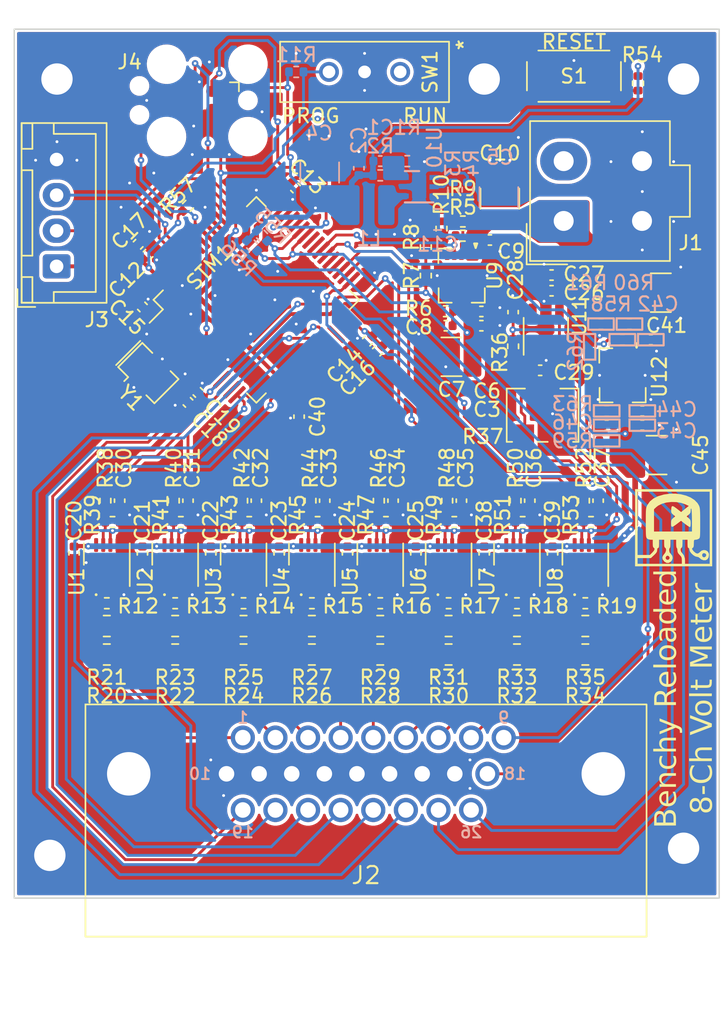
<source format=kicad_pcb>
(kicad_pcb (version 20221018) (generator pcbnew)
  (title_block (title "BenchyReloaded VoltMeter") (rev "REV1") (company "Daxxn Industries"))
  (layers (0 "F.Cu" signal) (31 "B.Cu" signal) (34 "B.Paste" user) (35 "F.Paste" user) (36 "B.SilkS" user "B.Silkscreen") (37 "F.SilkS" user "F.Silkscreen") (38 "B.Mask" user) (39 "F.Mask" user) (44 "Edge.Cuts" user))
  (net 0 "")
  (net 1 "VDD")
  (net 2 "Net-(U10-FB)")
  (net 3 "GND")
  (net 4 "VDDA")
  (net 5 "VCC")
  (net 6 "Net-(U9-NR{slash}SS)")
  (net 7 "Net-(U11-IN+)")
  (net 8 "+12V")
  (net 9 "/INT-CTRLS")
  (net 10 "/MC/COMP.A+")
  (net 11 "/MC/COMP.A-")
  (net 12 "/MC/COMP.B-")
  (net 13 "/MC/COMP.B+")
  (net 14 "/MC/I2C-CTRLS-SCL")
  (net 15 "/MC/I2C-CTRLS-SDA")
  (net 16 "/MC/I2C-MAIN-SCL")
  (net 17 "/MC/I2C-MAIN-SDA")
  (net 18 "Net-(U10-LX)")
  (net 19 "Net-(U10-PG)")
  (net 20 "Net-(U10-EN)")
  (net 21 "/MC/VDDA-PG")
  (net 22 "Net-(U9-FB_PG)")
  (net 23 "Net-(U9-EN_UV)")
  (net 24 "BOOT0")
  (net 25 "Net-(R12-Pad1)")
  (net 26 "Net-(R12-Pad2)")
  (net 27 "Net-(R13-Pad1)")
  (net 28 "Net-(R13-Pad2)")
  (net 29 "Net-(R14-Pad1)")
  (net 30 "Net-(R14-Pad2)")
  (net 31 "Net-(R15-Pad1)")
  (net 32 "Net-(R15-Pad2)")
  (net 33 "Net-(R16-Pad1)")
  (net 34 "Net-(R16-Pad2)")
  (net 35 "Net-(R17-Pad1)")
  (net 36 "Net-(R17-Pad2)")
  (net 37 "Net-(R18-Pad1)")
  (net 38 "Net-(R18-Pad2)")
  (net 39 "Net-(R19-Pad1)")
  (net 40 "Net-(R19-Pad2)")
  (net 41 "Net-(U1--)")
  (net 42 "Net-(U2--)")
  (net 43 "Net-(U3--)")
  (net 44 "Net-(U4--)")
  (net 45 "Net-(U5--)")
  (net 46 "Net-(U6--)")
  (net 47 "Net-(U7--)")
  (net 48 "Net-(U8--)")
  (net 49 "Net-(R38-Pad1)")
  (net 50 "Net-(R40-Pad1)")
  (net 51 "Net-(R42-Pad1)")
  (net 52 "Net-(R44-Pad1)")
  (net 53 "Net-(R46-Pad1)")
  (net 54 "Net-(R48-Pad1)")
  (net 55 "Net-(R50-Pad1)")
  (net 56 "Net-(R52-Pad1)")
  (net 57 "RESET")
  (net 61 "Net-(STM1B-OSC-IN)")
  (net 62 "Net-(STM1B-OSC-OUT)")
  (net 80 "/MC/SWDIO")
  (net 81 "/MC/SWCLK")
  (net 85 "/MC/SWTRACE")
  (net 91 "/MC/VOLT1")
  (net 92 "/MC/VOLT2")
  (net 93 "/MC/VOLT3")
  (net 94 "/MC/VOLT4")
  (net 95 "/MC/VOLT5")
  (net 96 "/MC/VOLT6")
  (net 97 "/MC/VOLT7")
  (net 98 "/MC/VOLT8")
  (net 99 "/VOLT METERS/VOLT-IN1")
  (net 100 "/VOLT METERS/VOLT-IN2")
  (net 101 "/VOLT METERS/VOLT-IN3")
  (net 102 "/VOLT METERS/VOLT-IN4")
  (net 103 "/VOLT METERS/VOLT-IN5")
  (net 104 "/VOLT METERS/VOLT-IN6")
  (net 105 "/VOLT METERS/VOLT-IN7")
  (net 106 "/VOLT METERS/VOLT-IN8")
  (net 107 "VREF")
  (net 108 "VCCA")
  (net 109 "Net-(U12-NR{slash}SS)")
  (net 110 "Net-(U12-FB_PG)")
  (net 111 "Net-(U12-EN_UV)")
  (net 112 "/MC/VCCA-PG")
  (footprint "Capacitor_SMD:C_0402_1005Metric" (layer "F.Cu") (at 44.8 35.9 -135)
    (fp_text reference "C14")
    (fp_text value "100uF")
  )
  (footprint "Resistor_SMD:R_0402_1005Metric" (layer "F.Cu") (at 32.2 26.4 45)
    (fp_text reference "R57")
    (fp_text value "10K")
  )
  (footprint "Capacitor_SMD:C_1210_3225Metric" (layer "F.Cu") (at 65.1 43.9)
    (fp_text reference "C45")
    (fp_text value "10uF")
  )
  (footprint "Package_TO_SOT_SMD:SOT-23-5" (layer "F.Cu") (at 57.329999 35.062502 90)
    (fp_text reference "U11")
    (fp_text value "APX321")
  )
  (footprint "Resistor_SMD:R_0402_1005Metric" (layer "F.Cu") (at 60.5 48.6)
    (fp_text reference "R53")
    (fp_text value "10K 1%")
  )
  (footprint "Resistor_SMD:R_0402_1005Metric" (layer "F.Cu") (at 51.5 28.5 180)
    (fp_text reference "R5")
    (fp_text value "10K")
  )
  (footprint "Resistor_SMD:R_0402_1005Metric" (layer "F.Cu") (at 40.8 47.1 90)
    (fp_text reference "R44")
    (fp_text value "100 1%")
  )
  (footprint "Capacitor_SMD:C_0402_1005Metric" (layer "F.Cu") (at 52.8 34.817503)
    (fp_text reference "C3")
    (fp_text value "100nF")
  )
  (footprint "Capacitor_SMD:C_0402_1005Metric" (layer "F.Cu") (at 28.7 29.1 45)
    (fp_text reference "C17")
    (fp_text value "100uF")
  )
  (footprint "Resistor_SMD:R_0805_2012Metric" (layer "F.Cu") (at 36.1 57.9)
    (fp_text reference "R24")
    (fp_text value "10M 1%")
  )
  (footprint "Capacitor_SMD:C_0402_1005Metric" (layer "F.Cu") (at 45.5 36.6 -135)
    (fp_text reference "C16")
    (fp_text value "100uF")
  )
  (footprint "Capacitor_SMD:C_0402_1005Metric" (layer "F.Cu") (at 57.8 50.8 -90)
    (fp_text reference "C39")
    (fp_text value "100nF")
  )
  (footprint "Resistor_SMD:R_0805_2012Metric" (layer "F.Cu") (at 45.7 57.9)
    (fp_text reference "R28")
    (fp_text value "10M 1%")
  )
  (footprint "Crystal:Resonator_SMD_Murata_CSTxExxV-3Pin_3.0x1.1mm" (layer "F.Cu") (at 29.41628 38.144202 -45)
    (fp_text reference "Y1")
    (fp_text value "8MHz")
  )
  (footprint "Resistor_SMD:R_0402_1005Metric" (layer "F.Cu") (at 55.3 54.3 180)
    (fp_text reference "R18")
    (fp_text value "10K 0.1%")
  )
  (footprint "Capacitor_SMD:C_0402_1005Metric" (layer "F.Cu") (at 61 47.1 -90)
    (fp_text reference "C37")
    (fp_text value "1nF")
  )
  (footprint "Capacitor_SMD:C_0402_1005Metric" (layer "F.Cu") (at 56.2 47.1 -90)
    (fp_text reference "C36")
    (fp_text value "1nF")
  )
  (footprint "Connector:Tag-Connect_TC2050-IDC-FP_2x05_P1.27mm_Vertical" (layer "F.Cu") (at 32.6 19 180)
    (fp_text reference "J4")
    (fp_text value "SWD-TAG")
  )
  (footprint "MountingHole:MountingHole_2.2mm_M2_ISO7380_Pad" (layer "F.Cu") (at 22.5 72)
    (fp_text reference "H1" hide)
    (fp_text value "M2")
  )
  (footprint "Package_QFP:LQFP-64_10x10mm_P0.5mm" (layer "F.Cu") (at 37 33 45)
    (fp_text reference "STM1")
    (fp_text value "STM32F303RCT6TR")
  )
  (footprint "Capacitor_SMD:C_0402_1005Metric" (layer "F.Cu") (at 39.75 25.15 -45)
    (fp_text reference "C13")
    (fp_text value "100uF")
  )
  (footprint "Capacitor_SMD:C_0402_1005Metric" (layer "F.Cu") (at 29 50.8 -90)
    (fp_text reference "C21")
    (fp_text value "100nF")
  )
  (footprint "Resistor_SMD:R_0402_1005Metric" (layer "F.Cu") (at 50.5 54.3 180)
    (fp_text reference "R17")
    (fp_text value "10K 0.1%")
  )
  (footprint "Capacitor_SMD:C_0402_1005Metric" (layer "F.Cu") (at 37 47.1 -90)
    (fp_text reference "C32")
    (fp_text value "1nF")
  )
  (footprint "Daxxn_Packages:Texas_S-PWSON-N8_EP1.2x2mm" (layer "F.Cu") (at 40.9 51.6 90)
    (fp_text reference "U4")
    (fp_text value "INA826AIDRGR")
  )
  (footprint "Daxxn_Packages:Texas_S-PWSON-N8_EP1.2x2mm" (layer "F.Cu") (at 36.1 51.6 90)
    (fp_text reference "U3")
    (fp_text value "INA826AIDRGR")
  )
  (footprint "Resistor_SMD:R_0402_1005Metric" (layer "F.Cu") (at 50.4 47.1 90)
    (fp_text reference "R48")
    (fp_text value "100 1%")
  )
  (footprint "Daxxn_Switches:EG1218" (layer "F.Cu") (at 47.1 17 -90)
    (fp_text reference "SW1")
    (fp_text value "BOOT-SW")
  )
  (footprint "Resistor_SMD:R_0402_1005Metric" (layer "F.Cu") (at 50 28 90)
    (fp_text reference "R10")
    (fp_text value "10K")
  )
  (footprint "Resistor_SMD:R_0805_2012Metric" (layer "F.Cu") (at 36.1 55.9 180)
    (fp_text reference "R25")
    (fp_text value "256K 1%")
  )
  (footprint "Daxxn_Switches:TL3365AF180QG" (layer "F.Cu") (at 59.3 17.3 180)
    (fp_text reference "S1")
    (fp_text value "RESET-SW")
  )
  (footprint "Resistor_SMD:R_0402_1005Metric" (layer "F.Cu") (at 26.5 54.3 180)
    (fp_text reference "R12")
    (fp_text value "10K 0.1%")
  )
  (footprint "Resistor_SMD:R_0402_1005Metric" (layer "F.Cu") (at 61.6 42.9 180)
    (fp_text reference "R59")
    (fp_text value "183.44K")
  )
  (footprint "Resistor_SMD:R_0805_2012Metric" (layer "F.Cu") (at 45.7 55.9 180)
    (fp_text reference "R29")
    (fp_text value "256K 1%")
  )
  (footprint "Resistor_SMD:R_0805_2012Metric" (layer "F.Cu") (at 26.5 57.9)
    (fp_text reference "R20")
    (fp_text value "10M 1%")
  )
  (footprint "Capacitor_SMD:C_0402_1005Metric" (layer "F.Cu") (at 32.2 40.2 135)
    (fp_text reference "C18")
    (fp_text value "100uF")
  )
  (footprint "Resistor_SMD:R_0402_1005Metric" (layer "F.Cu") (at 50.3 33.8 180)
    (fp_text reference "R6")
    (fp_text value "22.1K")
  )
  (footprint "Daxxn_Packages:WSON-10-1EP_3x3mm" (layer "F.Cu") (at 51.4 31.300002 -90)
    (fp_text reference "U9")
    (fp_text value "TPS7A94")
  )
  (footprint "Resistor_SMD:R_0402_1005Metric" (layer "F.Cu") (at 45.7 54.3 180)
    (fp_text reference "R16")
    (fp_text value "10K 0.1%")
  )
  (footprint "Resistor_SMD:R_0402_1005Metric" (layer "F.Cu") (at 31.7 48.6)
    (fp_text reference "R41")
    (fp_text value "10K 1%")
  )
  (footprint "Resistor_SMD:R_0402_1005Metric" (layer "F.Cu") (at 50.9 48.6)
    (fp_text reference "R49")
    (fp_text value "10K 1%")
  )
  (footprint "Capacitor_SMD:C_0402_1005Metric" (layer "F.Cu") (at 55.029999 33.8625 90)
    (fp_text reference "C28")
    (fp_text value "100nF")
  )
  (footprint "Capacitor_SMD:C_1210_3225Metric" (layer "F.Cu") (at 65.4 32.5)
    (fp_text reference "C41")
    (fp_text value "10uF")
  )
  (footprint "Resistor_SMD:R_0805_2012Metric" (layer "F.Cu") (at 31.3 55.9 180)
    (fp_text reference "R23")
    (fp_text value "256K 1%")
  )
  (footprint "Resistor_SMD:R_0402_1005Metric" (layer "F.Cu") (at 60.4 36.3 90)
    (fp_text reference "R62")
    (fp_text value "12.5K")
  )
  (footprint "Daxxn_Packages:Texas_S-PWSON-N8_EP1.2x2mm" (layer "F.Cu") (at 55.3 51.6 90)
    (fp_text reference "U7")
    (fp_text value "INA826AIDRGR")
  )
  (footprint "Capacitor_SMD:C_0402_1005Metric" (layer "F.Cu") (at 52.8 33.817501)
    (fp_text reference "C6")
    (fp_text value "100nF")
  )
  (footprint "Capacitor_SMD:C_0402_1005Metric" (layer "F.Cu") (at 56.929999 37.95)
    (fp_text reference "C29")
    (fp_text value "100nF")
  )
  (footprint "Resistor_SMD:R_0402_1005Metric" (layer "F.Cu") (at 36.5 48.6)
    (fp_text reference "R43")
    (fp_text value "10K 1%")
  )
  (footprint "Resistor_SMD:R_0402_1005Metric" (layer "F.Cu") (at 26.4 47.1 90)
    (fp_text reference "R38")
    (fp_text value "100 1%")
  )
  (footprint "Capacitor_SMD:C_0402_1005Metric" (layer "F.Cu") (at 57.729998 32.362502 180)
    (fp_text reference "C26")
    (fp_text value "100nF")
  )
  (footprint "Resistor_SMD:R_0402_1005Metric" (layer "F.Cu") (at 61.2 34.7)
    (fp_text reference "R61")
    (fp_text value "10K")
  )
  (footprint "Capacitor_SMD:C_0402_1005Metric" (layer "F.Cu") (at 24.2 50.8 -90)
    (fp_text reference "C20")
    (fp_text value "100nF")
  )
  (footprint "Capacitor_SMD:C_0402_1005Metric" (layer "F.Cu") (at 40 41.2 -90)
    (fp_text reference "C40")
    (fp_text value "100uF")
  )
  (footprint "Daxxn_Packages:Texas_S-PWSON-N8_EP1.2x2mm" (layer "F.Cu") (at 26.5 51.6 90)
    (fp_text reference "U1")
    (fp_text value "INA826AIDRGR")
  )
  (footprint "Capacitor_SMD:C_0402_1005Metric" (layer "F.Cu") (at 38.6 50.8 -90)
    (fp_text reference "C23")
    (fp_text value "100nF")
  )
  (footprint "Resistor_SMD:R_0805_2012Metric" (layer "F.Cu") (at 40.9 57.9)
    (fp_text reference "R26")
    (fp_text value "10M 1%")
  )
  (footprint "Capacitor_SMD:C_0402_1005Metric" (layer "F.Cu") (at 51.4 47.1 -90)
    (fp_text reference "C35")
    (fp_text value "1nF")
  )
  (footprint "Capacitor_SMD:C_0402_1005Metric" (layer "F.Cu") (at 53.4 28.800003)
    (fp_text reference "C9")
    (fp_text value "100nF")
  )
  (footprint "Daxxn_Connectors:JST_XH_B4B-XH-A_Vertical" (layer "F.Cu") (at 22.975 30.65 90)
    (fp_text reference "J3")
    (fp_text value "MB-COMMS")
  )
  (footprint "Capacitor_SMD:C_0402_1005Metric" (layer "F.Cu") (at 61.6 41.8)
    (fp_text reference "C46")
    (fp_text value "4.7uF")
  )
  (footprint "Daxxn_Connectors:K66X-A26P-N" (layer "F.Cu") (at 44.7 77.705)
    (fp_text reference "J2")
    (fp_text value "DSUB-26")
  )
  (footprint "MountingHole:MountingHole_2.2mm_M2_ISO7380_Pad" (layer "F.Cu") (at 53 17.5)
    (fp_text reference "H5" hide)
    (fp_text value "M2")
  )
  (footprint "Capacitor_SMD:C_0402_1005Metric" (layer "F.Cu") (at 48.2 50.8 -90)
    (fp_text reference "C25")
    (fp_text value "100nF")
  )
  (footprint "Resistor_SMD:R_0402_1005Metric" (layer "F.Cu") (at 46.1 48.6)
    (fp_text reference "R47")
    (fp_text value "10K 1%")
  )
  (footprint "Resistor_SMD:R_0805_2012Metric" (layer "F.Cu") (at 40.9 55.9 180)
    (fp_text reference "R27")
    (fp_text value "256K 1%")
  )
  (footprint "Resistor_SMD:R_0402_1005Metric" (layer "F.Cu") (at 62.7 35.8 180)
    (fp_text reference "R58")
    (fp_text value "10K")
  )
  (footprint "Capacitor_SMD:C_0402_1005Metric" (layer "F.Cu") (at 53 50.8 -90)
    (fp_text reference "C38")
    (fp_text value "100nF")
  )
  (footprint "Resistor_SMD:R_0402_1005Metric" (layer "F.Cu") (at 26.9 48.6)
    (fp_text reference "R39")
    (fp_text value "10K 1%")
  )
  (footprint "Capacitor_SMD:C_0402_1005Metric" (layer "F.Cu") (at 46.6 47.1 -90)
    (fp_text reference "C34")
    (fp_text value "1nF")
  )
  (footprint "Capacitor_SMD:C_0402_1005Metric" (layer "F.Cu") (at 29 33.5 135)
    (fp_text reference "C15")
    (fp_text value "100uF")
  )
  (footprint "Resistor_SMD:R_0402_1005Metric" (layer "F.Cu") (at 36.1 54.3 180)
    (fp_text reference "R14")
    (fp_text value "10K 0.1%")
  )
  (footprint "Capacitor_SMD:C_0402_1005Metric" (layer "F.Cu") (at 50.300001 34.817502)
    (fp_text reference "C8")
    (fp_text value "4.7uF")
  )
  (footprint "Resistor_SMD:R_0402_1005Metric" (layer "F.Cu") (at 55.7 48.6)
    (fp_text reference "R51")
    (fp_text value "10K 1%")
  )
  (footprint "Capacitor_SMD:C_1210_3225Metric" (layer "F.Cu") (at 50.7 37.000002 180)
    (fp_text reference "C7")
    (fp_text value "10uF")
  )
  (footprint "Resistor_SMD:R_0805_2012Metric" (layer "F.Cu") (at 55.3 57.9)
    (fp_text reference "R32")
    (fp_text value "10M 1%")
  )
  (footprint "Resistor_SMD:R_0402_1005Metric" (layer "F.Cu") (at 63.8 17.8 -90)
    (fp_text reference "R54")
    (fp_text value "10K")
  )
  (footprint "Resistor_SMD:R_0402_1005Metric" (layer "F.Cu") (at 60.1 54.3 180)
    (fp_text reference "R19")
    (fp_text value "10K 0.1%")
  )
  (footprint "Resistor_SMD:R_0402_1005Metric" (layer "F.Cu") (at 31.2 47.1 90)
    (fp_text reference "R40")
    (fp_text value "100 1%")
  )
  (footprint "Daxxn_Logos_Art:Daxxn_Logo_S" (layer "F.Cu") (at 66.3 49 90)
    (fp_text reference "G***" hide)
    (fp_text value "LOGO" hide)
  )
  (footprint "Resistor_SMD:R_0805_2012Metric" (layer "F.Cu") (at 31.3 57.9)
    (fp_text reference "R22")
    (fp_text value "10M 1%")
  )
  (footprint "Capacitor_SMD:C_0402_1005Metric" (layer "F.Cu") (at 32.9 39.5 135)
    (fp_text reference "C19")
    (fp_text value "100uF")
  )
  (footprint "Resistor_SMD:R_0805_2012Metric" (layer "F.Cu") (at 60.1 55.9 180)
    (fp_text reference "R35")
    (fp_text value "256K 1%")
  )
  (footprint "Resistor_SMD:R_0402_1005Metric" (layer "F.Cu") (at 41.3 48.6)
    (fp_text reference "R45")
    (fp_text value "10K 1%")
  )
  (footprint "Daxxn_Packages:Texas_S-PWSON-N8_EP1.2x2mm" (layer "F.Cu") (at 45.7 51.6 90)
    (fp_text reference "U5")
    (fp_text value "INA826AIDRGR")
  )
  (footprint "Capacitor_SMD:C_0402_1005Metric" (layer "F.Cu") (at 41.8 47.1 -90)
    (fp_text reference "C33")
    (fp_text value "1nF")
  )
  (footprint "Capacitor_SMD:C_0402_1005Metric" (layer "F.Cu") (at 27.4 47.1 -90)
    (fp_text reference "C30")
    (fp_text value "1nF")
  )
  (footprint "Daxxn_Connectors:4-Pin_Molex_Mini-Fit_Jr_Vertical" (layer "F.Cu") (at 58.58 27.462502 90)
    (fp_text reference "J1")
    (fp_text value "POWER CONN")
  )
  (footprint "MountingHole:MountingHole_2.2mm_M2_ISO7380_Pad" (layer "F.Cu") (at 67 17.5)
    (fp_text reference "H3" hide)
    (fp_text value "M2")
  )
  (footprint "Capacitor_SMD:C_0402_1005Metric" (layer "F.Cu") (at 33.8 50.8 -90)
    (fp_text reference "C22")
    (fp_text value "100nF")
  )
  (footprint "Capacitor_SMD:C_0402_1005Metric" (layer "F.Cu") (at 64.1 40.8)
    (fp_text reference "C44")
    (fp_text value "100nF")
  )
  (footprint "Resistor_SMD:R_0805_2012Metric" (layer "F.Cu") (at 50.5 57.9)
    (fp_text reference "R30")
    (fp_text value "10M 1%")
  )
  (footprint "Resistor_SMD:R_0402_1005Metric" (layer "F.Cu") (at 31.3 54.3 180)
    (fp_text reference "R13")
    (fp_text value "10K 0.1%")
  )
  (footprint "Resistor_SMD:R_0805_2012Metric" (layer "F.Cu") (at 55.3 55.9 180)
    (fp_text reference "R33")
    (fp_text value "256K 1%")
  )
  (footprint "MountingHole:MountingHole_2.2mm_M2_ISO7380_Pad" (layer "F.Cu") (at 67 71.5)
    (fp_text reference "H2" hide)
    (fp_text value "M2")
  )
  (footprint "Resistor_SMD:R_0402_1005Metric" (layer "F.Cu") (at 55.2 47.1 90)
    (fp_text reference "R50")
    (fp_text value "100 1%")
  )
  (footprint "Daxxn_Packages:WSON-10-1EP_3x3mm" (layer "F.Cu") (at 62.7 38.3 -90)
    (fp_text reference "U12")
    (fp_text value "TPS7A94")
  )
  (footprint "Capacitor_SMD:C_0402_1005Metric" (layer "F.Cu") (at 32.2 47.1 -90)
    (fp_text reference "C31")
    (fp_text value "1nF")
  )
  (footprint "Resistor_SMD:R_0402_1005Metric" (layer "F.Cu") (at 60 47.1 90)
    (fp_text reference "R52")
    (fp_text value "100 1%")
  )
  (footprint "Capacitor_SMD:C_0402_1005Metric" (layer "F.Cu") (at 29.4 29.8 45)
    (fp_text reference "C12")
    (fp_text value "100uF")
  )
  (footprint "Resistor_SMD:R_0402_1005Metric" (layer "F.Cu") (at 45.6 47.1 90)
    (fp_text reference "R46")
    (fp_text value "100 1%")
  )
  (footprint "Daxxn_Packages:Texas_S-PWSON-N8_EP1.2x2mm" (layer "F.Cu") (at 31.3 51.6 90)
    (fp_text reference "U2")
    (fp_text value "INA826AIDRGR")
  )
  (footprint "Capacitor_SMD:C_0402_1005Metric" (layer "F.Cu") (at 57.729999 31.262502 180)
    (fp_text reference "C27")
    (fp_text value "100nF")
  )
  (footprint "Resistor_SMD:R_0805_2012Metric" (layer "F.Cu") (at 50.5 55.9 180)
    (fp_text reference "R31")
    (fp_text value "256K 1%")
  )
  (footprint "Resistor_SMD:R_0402_1005Metric" (layer "F.Cu") (at 63.2 34.7 180)
    (fp_text reference "R60")
    (fp_text value "15K")
  )
  (footprint "Resistor_SMD:R_0402_1005Metric" (layer "F.Cu") (at 55.029999 36.262503 90)
    (fp_text reference "R36")
    (fp_text value "10K 1%")
  )
  (footprint "Capacitor_SMD:C_0402_1005Metric" (layer "F.Cu") (at 64.7 35.8)
    (fp_text reference "C42")
    (fp_text value "100nF")
  )
  (footprint "Resistor_SMD:R_0402_1005Metric" (layer "F.Cu") (at 61.6 40.8 180)
    (fp_text reference "R63")
    (fp_text value "22.1K")
  )
  (footprint "Daxxn_Packages:Texas_S-PWSON-N8_EP1.2x2mm" (layer "F.Cu") (at 60.1 51.6 90)
    (fp_text reference "U8")
    (fp_text value "INA826AIDRGR")
  )
  (footprint "Capacitor_SMD:C_0402_1005Metric" (layer "F.Cu") (at 64.1 41.8)
    (fp_text reference "C43")
    (fp_text value "100nF")
  )
  (footprint "Resistor_SMD:R_0805_2012Metric" (layer "F.Cu") (at 26.5 55.9 180)
    (fp_text reference "R21")
    (fp_text value "256K 1%")
  )
  (footprint "Resistor_SMD:R_0805_2012Metric" (layer "F.Cu") (at 60.1 57.9)
    (fp_text reference "R34")
    (fp_text value "10M 1%")
  )
  (footprint "MountingHole:MountingHole_2.2mm_M2_ISO7380_Pad" (layer "F.Cu") (at 23 17.5)
    (fp_text reference "H4" hide)
    (fp_text value "M2")
  )
  (footprint "Resistor_SMD:R_0402_1005Metric" (layer "F.Cu") (at 51.5 27.5 180)
    (fp_text reference "R9")
    (fp_text value "15K")
  )
  (footprint "Daxxn_Switches:Bourns_3214W_Vertical" (layer "F.Cu") (at 57.1 41.1 180)
    (fp_text reference "R37")
    (fp_text value "10K")
  )
  (footprint "Capacitor_SMD:C_1210_3225Metric" (layer "F.Cu") (at 54.1 25.9 90)
    (fp_text reference "C10")
    (fp_text value "10uF")
  )
  (footprint "Capacitor_SMD:C_0402_1005Metric" (layer "F.Cu") (at 43.4 50.8 -90)
    (fp_text reference "C24")
    (fp_text value "100nF")
  )
  (footprint "Daxxn_Packages:Texas_S-PWSON-N8_EP1.2x2mm" (layer "F.Cu") (at 50.5 51.6 90)
    (fp_text reference "U6")
    (fp_text value "INA826AIDRGR")
  )
  (footprint "Resistor_SMD:R_0402_1005Metric" (layer "F.Cu") (at 40.9 54.3 180)
    (fp_text reference "R15")
    (fp_text value "10K 0.1%")
  )
  (footprint "Resistor_SMD:R_0402_1005Metric" (layer "F.Cu") (at 48.9 31.300002 90)
    (fp_text reference "R7")
    (fp_text value "183.44K")
  )
  (footprint "Resistor_SMD:R_0402_1005Metric" (layer "F.Cu") (at 36 47.1 90)
    (fp_text reference "R42")
    (fp_text value "100 1%")
  )
  (footprint "Resistor_SMD:R_0402_1005Metric" (layer "F.Cu") (at 48.9 29.3 90)
    (fp_text reference "R8")
    (fp_text value "12.5K")
  )
  (footprint "Resistor_SMD:R_0402_1005Metric" (layer "B.Cu") (at 39.8 17)
    (fp_text reference "R11")
    (fp_text value "10K")
  )
  (footprint "Capacitor_SMD:C_0805_2012Metric" (layer "B.Cu") (at 49.73 27.362502 180)
    (fp_text reference "C11")
    (fp_text value "1uF")
  )
  (footprint "Capacitor_SMD:C_0402_1005Metric" (layer "B.Cu") (at 45.7 23.262502)
    (fp_text reference "C1")
    (fp_text value "22pF")
  )
  (footprint "Resistor_SMD:R_0402_1005Metric" (layer "B.Cu") (at 45.7 24.262503)
    (fp_text reference "R2")
    (fp_text value "430K")
  )
  (footprint "Capacitor_SMD:C_0402_1005Metric" (layer "B.Cu") (at 44.2 23.762502 90)
    (fp_text reference "C2")
    (fp_text value "100nF")
  )
  (footprint "Resistor_SMD:R_0402_1005Metric" (layer "B.Cu") (at 47.6 23.262502)
    (fp_text reference "R1")
    (fp_text value "100K")
  )
  (footprint "Package_DFN_QFN:DFN-6-1EP_2x2mm_P0.65mm_EP1x1.6mm" (layer "B.Cu") (at 48.43 25.062502 180)
    (fp_text reference "U10")
    (fp_text value "AP3401")
  )
  (footprint "Capacitor_SMD:C_1210_3225Metric" (layer "B.Cu") (at 41.45 24.062502 90)
    (fp_text reference "C4")
    (fp_text value "10uF")
  )
  (footprint "Capacitor_SMD:C_1210_3225Metric" (layer "B.Cu") (at 54.03 25.8 90)
    (fp_text reference "C5")
    (fp_text value "10uF")
  )
  (footprint "Resistor_SMD:R_0402_1005Metric" (layer "B.Cu") (at 37.4 28.5 -45)
    (fp_text reference "R55")
    (fp_text value "2.2K")
  )
  (footprint "Resistor_SMD:R_0402_1005Metric" (layer "B.Cu") (at 50.83 25.262502 90)
    (fp_text reference "R3")
    (fp_text value "10K")
  )
  (footprint "Daxxn_Passives:LQH3NPN" (layer "B.Cu") (at 44.9 26.362502 180)
    (fp_text reference "L1")
    (fp_text value "2.2uH")
  )
  (footprint "Resistor_SMD:R_0402_1005Metric" (layer "B.Cu") (at 36.7 29.2 135)
    (fp_text reference "R56")
    (fp_text value "2.2K")
  )
  (footprint "Resistor_SMD:R_0402_1005Metric" (layer "B.Cu") (at 51.83 25.262501 90)
    (fp_text reference "R4")
    (fp_text value "10K")
  )
  (gr_rect (start 63.8 35.4) (end 65.6 36.2) (stroke (width 0.15)) (fill none) (layer "B.SilkS"))
  (gr_rect (start 63.2 40.4) (end 65 41.2) (stroke (width 0.15)) (fill none) (layer "B.SilkS"))
  (gr_rect (start 60.7 41.4) (end 62.5 42.2) (stroke (width 0.15)) (fill none) (layer "B.SilkS"))
  (gr_rect (start 60.7 40.4) (end 62.5 41.2) (stroke (width 0.15)) (fill none) (layer "B.SilkS"))
  (gr_rect (start 61.8 35.4) (end 63.6 36.2) (stroke (width 0.15)) (fill none) (layer "B.SilkS"))
  (gr_poly (pts (xy 60 37.2) (xy 60 35.4) (xy 60.8 35.4) (xy 60.799999 37.2)) (stroke (width 0.15)) (fill none) (layer "B.SilkS"))
  (gr_rect (start 60.7 42.5) (end 62.5 43.3) (stroke (width 0.15)) (fill none) (layer "B.SilkS"))
  (gr_rect (start 60.3 34.3) (end 62.1 35.1) (stroke (width 0.15)) (fill none) (layer "B.SilkS"))
  (gr_rect (start 62.3 34.3) (end 64.1 35.1) (stroke (width 0.15)) (fill none) (layer "B.SilkS"))
  (gr_rect (start 63.2 41.4) (end 65 42.2) (stroke (width 0.15)) (fill none) (layer "B.SilkS"))
  (gr_rect (start 20 14) (end 69.5 75) (stroke (width 0.1)) (fill none) (layer "Edge.Cuts"))
  (gr_text "RESET" (at 59.3 14.3) (layer "F.SilkS") (effects (font (size 1 1)) (justify top)))
  (gr_text "Benchy Reloaded\n8-Ch Volt Meter" (at 67.1 61 90) (layer "F.SilkS") (effects (font (size 1.5 1.5) (thickness 0.1875))))
  (gr_text "PROG" (at 38.7 19.5) (layer "F.SilkS") (effects (font (size 1 1)) (justify left top)))
  (gr_text "RUN" (at 50.5 19.5) (layer "F.SilkS") (effects (font (size 1 1)) (justify right top)))
  (segment (start 30.335519 34.361181) (end 31.3 33.3967) (width 0.275) (layer "F.Cu") (net 1))
  (segment (start 31.441244 32.744544) (end 32.855456 32.744544) (width 0.36) (layer "F.Cu") (net 1))
  (segment (start 42.2 34) (end 42.5 33.7) (width 0.275) (layer "F.Cu") (net 1))
  (segment (start 29.4 32) (end 26.8 32) (width 0.275) (layer "F.Cu") (net 1))
  (segment (start 31.285788 32.9) (end 30.3 32.9) (width 0.275) (layer "F.Cu") (net 1))
  (segment (start 29.4467 30.75) (end 29.060589 30.363889) (width 0.275) (layer "F.Cu") (net 1))
  (segment (start 40 39.889088) (end 39.068287 38.957375) (width 0.275) (layer "F.Cu") (net 1))
  (segment (start 26.8 32) (end 25.45 30.65) (width 0.275) (layer "F.Cu") (net 1))
  (segment (start 37 28.6) (end 37 27.85) (width 0.36) (layer "F.Cu") (net 1))
  (segment (start 29.060589 30.363889) (end 29.060589 30.139411) (width 0.275) (layer "F.Cu") (net 1))
  (segment (start 44.5033 35.2) (end 44.6 35.2) (width 0.2) (layer "F.Cu") (net 1))
  (segment (start 41.15 26.55) (end 41.15 25.35) (width 0.275) (layer "F.Cu") (net 1))
  (segment (start 31.3 32.885788) (end 31.441244 32.744544) (width 0.275) (layer "F.Cu") (net 1))
  (segment (start 36.755456 36.644544) (end 39.4 34) (width 0.275) (layer "F.Cu") (net 1))
  (segment (start 39.4 34) (end 42.2 34) (width 0.275) (layer "F.Cu") (net 1))
  (segment (start 29.339411 33.839411) (end 29.813749 33.839411) (width 0.275) (layer "F.Cu") (net 1))
  (segment (start 37.65 27.0467) (end 37.65 27.2) (width 0.275) (layer "F.Cu") (net 1))
  (segment (start 35.14 18.365) (end 35.405 18.1) (width 0.2) (layer "F.Cu") (net 1))
  (segment (start 31.3 33.3967) (end 31.3 32.885788) (width 0.275) (layer "F.Cu") (net 1))
  (segment (start 30.335519 31.638819) (end 31.441244 32.744544) (width 0.275) (layer "F.Cu") (net 1))
  (segment (start 40 39.9) (end 40 39.889088) (width 0.2) (layer "F.Cu") (net 1))
  (segment (start 39.4 23) (end 39.2 22.8) (width 0.2) (layer "F.Cu") (net 1))
  (segment (start 45.839411 36.260589) (end 45.139411 35.560589) (width 0.2) (layer "F.Cu") (net 1))
  (segment (start 39.2 22.8) (end 39.2 18.1) (width 0.2) (layer "F.Cu") (net 1))
  (segment (start 39.771178 24.45) (end 39.410589 24.810589) (width 0.275) (layer "F.Cu") (net 1))
  (segment (start 30.335519 31.638819) (end 29.45 30.7533) (width 0.275) (layer "F.Cu") (net 1))
  (segment (start 25.45 30.65) (end 22.975 30.65) (width 0.275) (layer "F.Cu") (net 1))
  (segment (start 43.0033 33.7) (end 43.664481 34.361181) (width 0.275) (layer "F.Cu") (net 1))
  (segment (start 38.361181 26.335519) (end 37.65 27.0467) (width 0.275) (layer "F.Cu") (net 1))
  (segment (start 29.813749 33.839411) (end 30.335519 34.361181) (width 0.275) (layer "F.Cu") (net 1))
  (segment (start 44.6 35.2) (end 44.778822 35.2) (width 0.2) (layer "F.Cu") (net 1))
  (segment (start 28.360589 29.439411) (end 29.060589 30.139411) (width 0.275) (layer "F.Cu") (net 1))
  (segment (start 31.5 27.1) (end 31.839376 26.760624) (width 0.2) (layer "F.Cu") (net 1))
  (segment (start 40.25 24.45) (end 39.771178 24.45) (width 0.275) (layer "F.Cu") (net 1))
  (segment (start 36.755456 36.6) (end 32.9 32.744544) (width 0.36) (layer "F.Cu") (net 1))
  (segment (start 39.05 25.6467) (end 39.05 25.171178) (width 0.275) (layer "F.Cu") (net 1))
  (segment (start 35.405 18.1) (end 39.2 18.1) (width 0.2) (layer "F.Cu") (net 1))
  (segment (start 32.9 32.744544) (end 32.855456 32.744544) (width 0.36) (layer "F.Cu") (net 1))
  (segment (start 43.664481 34.361181) (end 44.5033 35.2) (width 0.2) (layer "F.Cu") (net 1))
  (segment (start 29.45 30.7533) (end 29.45 30.75) (width 0.2) (layer "F.Cu") (net 1))
  (segment (start 41.15 25.35) (end 40.25 24.45) (width 0.275) (layer "F.Cu") (net 1))
  (segment (start 40 40.72) (end 40 39.9) (width 0.275) (layer "F.Cu") (net 1))
  (segment (start 42.5 33.7) (end 43.0033 33.7) (width 0.275) (layer "F.Cu") (net 1))
  (segment (start 63.8 16.6) (end 63.8 17.29) (width 0.2) (layer "F.Cu") (net 1))
  (segment (start 31.441244 32.744544) (end 31.285788 32.9) (width 0.275) (layer "F.Cu") (net 1))
  (segment (start 29.45 30.75) (end 29.4467 30.75) (width 0.2) (layer "F.Cu") (net 1))
  (segment (start 30.3 32.9) (end 29.4 32) (width 0.275) (layer "F.Cu") (net 1))
  (segment (start 39.068287 38.957375) (end 36.755456 36.644544) (width 0.275) (layer "F.Cu") (net 1))
  (segment (start 39.05 25.171178) (end 39.410589 24.810589) (width 0.275) (layer "F.Cu") (net 1))
  (segment (start 38.361181 26.335519) (end 39.05 25.6467) (width 0.275) (layer "F.Cu") (net 1))
  (segment (start 31.5 27.6) (end 31.5 27.1) (width 0.2) (layer "F.Cu") (net 1))
  (segment (start 32.855456 32.744544) (end 37 28.6) (width 0.36) (layer "F.Cu") (net 1))
  (segment (start 37 27.85) (end 37.65 27.2) (width 0.36) (layer "F.Cu") (net 1))
  (segment (start 44.778822 35.2) (end 45.139411 35.560589) (width 0.2) (layer "F.Cu") (net 1))
  (via (at 39.4 23) (size 0.46) (drill 0.2) (layers "F.Cu" "B.Cu") (net 1))
  (via (at 29.45 30.75) (size 0.46) (drill 0.2) (layers "F.Cu" "B.Cu") (net 1))
  (via (at 44.6 35.2) (size 0.46) (drill 0.2) (layers "F.Cu" "B.Cu") (net 1))
  (via (at 41.15 26.55) (size 0.46) (drill 0.2) (layers "F.Cu" "B.Cu") (net 1))
  (via (at 37.65 27.2) (size 0.46) (drill 0.2) (layers "F.Cu" "B.Cu") (net 1))
  (via (at 39.2 18.1) (size 0.46) (drill 0.2) (layers "F.Cu" "B.Cu") (net 1))
  (via (at 63.8 16.6) (size 0.46) (drill 0.2) (layers "F.Cu" "B.Cu") (net 1))
  (via (at 31.5 27.6) (size 0.46) (drill 0.2) (layers "F.Cu" "B.Cu") (net 1))
  (segment (start 43.7 24.742502) (end 43.7 26.362502) (width 0.4) (layer "B.Cu") (net 1))
  (segment (start 58.215 63.735) (end 65.4 56.55) (width 0.2) (layer "B.Cu") (net 1))
  (segment (start 37.039376 28.139376) (end 37.65 27.528752) (width 0.3) (layer "B.Cu") (net 1))
  (segment (start 39.4 24.3) (end 41.15 26.05) (width 0.2) (layer "B.Cu") (net 1))
  (segment (start 29.45 29.65) (end 29.45 30.75) (width 0.2) (layer "B.Cu") (net 1))
  (segment (start 39.4 23) (end 39.4 24.3) (width 0.2) (layer "B.Cu") (net 1))
  (segment (start 45.19 22.41) (end 46.7 20.9) (width 0.2) (layer "B.Cu") (net 1))
  (segment (start 62.35 45.4) (end 55.3 45.4) (width 0.2) (layer "B.Cu") (net 1))
  (segment (start 54.9 20.9) (end 56.1 19.7) (width 0.2) (layer "B.Cu") (net 1))
  (segment (start 63 19.7) (end 63.8 18.9) (width 0.2) (layer "B.Cu") (net 1))
  (segment (start 31.5 27.6) (end 29.45 29.65) (width 0.2) (layer "B.Cu") (net 1))
  (segment (start 39.2 17.09) (end 39.29 17) (width 0.2) (layer "B.Cu") (net 1))
  (segment (start 63.8 18.9) (end 63.8 16.6) (width 0.2) (layer "B.Cu") (net 1))
  (segment (start 46.75 36.85) (end 46.25 36.85) (width 0.2) (layer "B.Cu") (net 1))
  (segment (start 41.15 26.55) (end 40.5 27.2) (width 0.36) (layer "B.Cu") (net 1))
  (segment (start 45.19 23.292502) (end 45.19 22.41) (width 0.2) (layer "B.Cu") (net 1))
  (segment (start 41.15 26.05) (end 41.15 26.55) (width 0.36) (layer "B.Cu") (net 1))
  (segment (start 45.19 24.262503) (end 45.19 23.292502) (width 0.4) (layer "B.Cu") (net 1))
  (segment (start 37.65 27.528752) (end 37.65 27.2) (width 0.3) (layer "B.Cu") (net 1))
  (segment (start 44.2 24.242502) (end 45.169999 24.242502) (width 0.4) (layer "B.Cu") (net 1))
  (segment (start 65.4 56.55) (end 65.4 48.45) (width 0.2) (layer "B.Cu") (net 1))
  (segment (start 36.339376 28.839376) (end 37.039376 28.139376) (width 0.3) (layer "B.Cu") (net 1))
  (segment (start 40.5 27.2) (end 37.65 27.2) (width 0.36) (layer "B.Cu") (net 1))
  (segment (start 46.25 36.85) (end 44.6 35.2) (width 0.2) (layer "B.Cu") (net 1))
  (segment (start 46.7 20.9) (end 54.9 20.9) (width 0.2) (layer "B.Cu") (net 1))
  (segment (start 39.2 18.1) (end 39.2 17.09) (width 0.2) (layer "B.Cu") (net 1))
  (segment (start 45.169999 24.242502) (end 45.19 24.262503) (width 0.4) (layer "B.Cu") (net 1))
  (segment (start 54.37 63.735) (end 58.215 63.735) (width 0.2) (layer "B.Cu") (net 1))
  (segment (start 45.19 23.292502) (end 45.22 23.262502) (width 0.2) (layer "B.Cu") (net 1))
  (segment (start 56.1 19.7) (end 63 19.7) (width 0.2) (layer "B.Cu") (net 1))
  (segment (start 65.4 48.45) (end 62.35 45.4) (width 0.2) (layer "B.Cu") (net 1))
  (segment (start 55.3 45.4) (end 46.75 36.85) (width 0.2) (layer "B.Cu") (net 1))
  (segment (start 44.2 24.242502) (end 43.7 24.742502) (width 0.4) (layer "B.Cu") (net 1))
  (segment (start 40.010589 25.489411) (end 39.55 25.95) (width 0.2) (layer "F.Cu") (net 3))
  (segment (start 61.01 47.62) (end 61 47.61) (width 0.2) (layer "F.Cu") (net 3))
  (segment (start 46.61 47.62) (end 46.6 47.61) (width 0.2) (layer "F.Cu") (net 3))
  (segment (start 57.439999 37.95) (end 57.439999 39.310001) (width 0.2) (layer "F.Cu") (net 3))
  (segment (start 45.160589 36.939411) (end 44.460589 36.239411) (width 0.2) (layer "F.Cu") (net 3))
  (segment (start 51.25 50.2125) (end 51.25 49.55) (width 0.2) (layer "F.Cu") (net 3))
  (segment (start 38.714734 26.689072) (end 39.453806 25.95) (width 0.2) (layer "F.Cu") (net 3))
  (segment (start 36.85 50.2125) (end 36.85 49.55) (width 0.2) (layer "F.Cu") (net 3))
  (segment (start 31.860589 39.860589) (end 32.560589 39.160589) (width 0.2) (layer "F.Cu") (net 3))
  (segment (start 32.05 49.55) (end 32.21 49.39) (width 0.2) (layer "F.Cu") (net 3))
  (segment (start 41.81 47.62) (end 41.8 47.61) (width 0.2) (layer "F.Cu") (net 3))
  (segment (start 46.45 49.55) (end 46.61 49.39) (width 0.2) (layer "F.Cu") (net 3))
  (segment (start 27.25 50.2125) (end 27.25 49.55) (width 0.2) (layer "F.Cu") (net 3))
  (segment (start 37.01 49.39) (end 37.01 48.6) (width 0.2) (layer "F.Cu") (net 3))
  (segment (start 57.329999 36.200002) (end 57.35 36.220003) (width 0.2) (layer "F.Cu") (net 3))
  (segment (start 37.01 47.62) (end 37 47.61) (width 0.2) (layer "F.Cu") (net 3))
  (segment (start 57.35 36.220003) (end 57.35 37.25) (width 0.2) (layer "F.Cu") (net 3))
  (segment (start 29.41628 38.13372) (end 30.4 37.15) (width 0.2) (layer "F.Cu") (net 3))
  (segment (start 54.1 33.55) (end 54.1 33.55) (width 0.2) (layer "F.Cu") (net 3))
  (segment (start 32.21 48.6) (end 32.21 47.62) (width 0.2) (layer "F.Cu") (net 3))
  (segment (start 44.1 35.503806) (end 44.1 35.7) (width 0.2) (layer "F.Cu") (net 3))
  (segment (start 60.85 49.55) (end 61.01 49.39) (width 0.2) (layer "F.Cu") (net 3))
  (segment (start 36.85 49.55) (end 37.01 49.39) (width 0.2) (layer "F.Cu") (net 3))
  (segment (start 56.21 49.39) (end 56.21 48.6) (width 0.2) (layer "F.Cu") (net 3))
  (segment (start 51.25 49.55) (end 51.41 49.39) (width 0.2) (layer "F.Cu") (net 3))
  (segment (start 32.05 50.2125) (end 32.05 49.55) (width 0.2) (layer "F.Cu") (net 3))
  (segment (start 44.1 35.7) (end 44.1 35.878822) (width 0.2) (layer "F.Cu") (net 3))
  (segment (start 29.405798 38.144202) (end 28.4 39.15) (width 0.2) (layer "F.Cu") (net 3))
  (segment (start 30.689072 31.285266) (end 30 30.596194) (width 0.2) (layer "F.Cu") (net 3))
  (segment (start 46.61 49.39) (end 46.61 48.6) (width 0.2) (layer "F.Cu") (net 3))
  (segment (start 54.1 33.55) (end 54.1 33.55) (width 0.2) (layer "F.Cu") (net 3))
  (segment (start 44.1 35.878822) (end 44.460589 36.239411) (width 0.2) (layer "F.Cu") (net 3))
  (segment (start 51.41 47.62) (end 51.4 47.61) (width 0.2) (layer "F.Cu") (net 3))
  (segment (start 34.224606 38.250268) (end 33.624874 38.85) (width 0.2) (layer "F.Cu") (net 3))
  (segment (start 57.35 37.860001) (end 57.439999 37.95) (width 0.2) (layer "F.Cu") (net 3))
  (segment (start 30 30.596194) (end 30 29.721178) (width 0.2) (layer "F.Cu") (net 3))
  (segment (start 29.41628 38.144202) (end 29.405798 38.144202) (width 0.2) (layer "F.Cu") (net 3))
  (segment (start 57.8 41) (end 57.8 41) (width 0.2) (layer "F.Cu") (net 3))
  (segment (start 39.453806 25.95) (end 39.55 25.95) (width 0.2) (layer "F.Cu") (net 3))
  (segment (start 27.41 47.62) (end 27.4 47.61) (width 0.2) (layer "F.Cu") (net 3))
  (segment (start 30 29.721178) (end 29.739411 29.460589) (width 0.2) (layer "F.Cu") (net 3))
  (segment (start 41.81 48.6) (end 41.81 47.62) (width 0.2) (layer "F.Cu") (net 3))
  (segment (start 56.05 49.55) (end 56.21 49.39) (width 0.2) (layer "F.Cu") (net 3))
  (segment (start 60.85 50.2125) (end 60.85 49.55) (width 0.2) (layer "F.Cu") (net 3))
  (segment (start 27.41 49.39) (end 27.41 48.6) (width 0.2) (layer "F.Cu") (net 3))
  (segment (start 32.21 49.39) (end 32.21 48.6) (width 0.2) (layer "F.Cu") (net 3))
  (segment (start 40.089411 25.489411) (end 40.010589 25.489411) (width 0.2) (layer "F.Cu") (net 3))
  (segment (start 56.21 47.62) (end 56.2 47.61) (width 0.2) (layer "F.Cu") (net 3))
  (segment (start 56.05 50.2125) (end 56.05 49.55) (width 0.2) (layer "F.Cu") (net 3))
  (segment (start 41.65 49.55) (end 41.81 49.39) (width 0.2) (layer "F.Cu") (net 3))
  (segment (start 37.01 48.6) (end 37.01 47.62) (width 0.2) (layer "F.Cu") (net 3))
  (segment (start 61.01 48.6) (end 61.01 47.62) (width 0.2) (layer "F.Cu") (net 3))
  (segment (start 33.624874 38.85) (end 32.871178 38.85) (width 0.2) (layer "F.Cu") (net 3))
  (segment (start 51.41 48.6) (end 51.41 47.62) (width 0.2) (layer "F.Cu") (net 3))
  (segment (start 46.61 48.6) (end 46.61 47.62) (width 0.2) (layer "F.Cu") (net 3))
  (segment (start 56.21 48.6) (end 56.21 47.62) (width 0.2) (layer "F.Cu") (net 3))
  (segment (start 57.35 37.25) (end 57.35 37.860001) (width 0.2) (layer "F.Cu") (net 3))
  (segment (start 46.45 50.2125) (end 46.45 49.55) (width 0.2) (layer "F.Cu") (net 3))
  (segment (start 29.039411 28.760589) (end 29.739411 29.460589) (width 0.2) (layer "F.Cu") (net 3))
  (segment (start 57.8 41) (end 57.8 41) (width 0.2) (layer "F.Cu") (net 3))
  (segment (start 32.21 47.62) (end 32.2 47.61) (width 0.2) (layer "F.Cu") (net 3))
  (segment (start 32.871178 38.85) (end 32.560589 39.160589) (width 0.2) (layer "F.Cu") (net 3))
  (segment (start 27.41 48.6) (end 27.41 47.62) (width 0.2) (layer "F.Cu") (net 3))
  (segment (start 27.25 49.55) (end 27.41 49.39) (width 0.2) (layer "F.Cu") (net 3))
  (segment (start 57.439999 39.310001) (end 57.1 39.65) (width 0.2) (layer "F.Cu") (net 3))
  (segment (start 41.81 49.39) (end 41.81 48.6) (width 0.2) (layer "F.Cu") (net 3))
  (segment (start 29.41628 38.144202) (end 29.41628 38.13372) (width 0.2) (layer "F.Cu") (net 3))
  (segment (start 51.41 49.39) (end 51.41 48.6) (width 0.2) (layer "F.Cu") (net 3))
  (segment (start 43.310928 34.714734) (end 44.1 35.503806) (width 0.2) (layer "F.Cu") (net 3))
  (segment (start 61.01 49.39) (end 61.01 48.6) (width 0.2) (layer "F.Cu") (net 3))
  (segment (start 41.65 50.2125) (end 41.65 49.55) (width 0.2) (layer "F.Cu") (net 3))
  (via (at 27.5 26.5) (size 0.46) (drill 0.2) (layers "F.Cu" "B.Cu") (net 3))
  (via (at 39.4 41.3) (size 0.46) (drill 0.2) (layers "F.Cu" "B.Cu") (net 3))
  (via (at 37.4 19.8) (size 0.46) (drill 0.2) (layers "F.Cu" "B.Cu") (net 3))
  (via (at 57.2 30.5) (size 0.46) (drill 0.2) (layers "F.Cu" "B.Cu") (net 3))
  (via (at 45.3 31.1) (size 0.46) (drill 0.2) (layers "F.Cu" "B.Cu") (net 3))
  (via (at 28.1 24.8) (size 0.46) (drill 0.2) (layers "F.Cu" "B.Cu") (net 3))
  (via (at 35.1 22.8) (size 0.46) (drill 0.2) (layers "F.Cu" "B.Cu") (net 3))
  (via (at 41 32.4) (size 0.46) (drill 0.2) (layers "F.Cu" "B.Cu") (net 3))
  (via (at 39.55 25.95) (size 0.46) (drill 0.2) (layers "F.Cu" "B.Cu") (net 3))
  (via (at 44.2 22.6) (size 0.46) (drill 0.2) (layers "F.Cu" "B.Cu") (net 3))
  (via (at 37 25.3) (size 0.46) (drill 0.2) (layers "F.Cu" "B.Cu") (net 3))
  (via (at 49.7 31.3) (size 0.46) (drill 0.2) (layers "F.Cu" "B.Cu") (net 3))
  (via (at 30 30.2) (size 0.46) (drill 0.2) (layers "F.Cu" "B.Cu") (net 3))
  (via (at 25.05 51.45) (size 0.46) (drill 0.2) (layers "F.Cu" "B.Cu") (net 3))
  (via (at 42.1 21.5) (size 0.46) (drill 0.2) (layers "F.Cu" "B.Cu") (net 3))
  (via (at 36.6 35.4) (size 0.46) (drill 0.2) (layers "F.Cu" "B.Cu") (net 3))
  (via (at 32.4 34) (size 0.46) (drill 0.2) (layers "F.Cu" "B.Cu") (net 3))
  (via (at 40.7 21.5) (size 0.46) (drill 0.2) (layers "F.Cu" "B.Cu") (net 3))
  (via (at 61.9 27.5) (size 0.46) (drill 0.2) (layers "F.Cu" "B.Cu") (net 3))
  (via (at 56.5 53.7) (size 0.46) (drill 0.2) (layers "F.Cu" "B.Cu") (net 3))
  (via (at 54.8 23.2) (size 0.46) (drill 0.2) (layers "F.Cu" "B.Cu") (net 3))
  (via (at 42.5 48.1) (size 0.46) (drill 0.2) (layers "F.Cu" "B.Cu") (net 3))
  (via (at 33.8 51.95) (size 0.46) (drill 0.2) (layers "F.Cu" "B.Cu") (net 3))
  (via (at 42.1 53.7) (size 0.46) (drill 0.2) (layers "F.Cu" "B.Cu") (net 3))
  (via (at 28.4 39.15) (size 0.46) (drill 0.2) (layers "F.Cu" "B.Cu") (net 3))
  (via (at 53.4 23.2) (size 0.46) (drill 0.2) (layers "F.Cu" "B.Cu") (net 3))
  (via (at 57.35 37.25) (size 0.46) (drill 0.2) (layers "F.Cu" "B.Cu") (net 3))
  (via (at 64.1 21.2) (size 0.46) (drill 0.2) (layers "F.Cu" "B.Cu") (net 3))
  (via (at 29.4 32.95) (size 0.46) (drill 0.2) (layers "F.Cu" "B.Cu") (net 3))
  (via (at 66.5 42.1) (size 0.46) (drill 0.2) (layers "F.Cu" "B.Cu") (net 3))
  (via (at 61.9 23.3) (size 0.46) (drill 0.2) (layers "F.Cu" "B.Cu") (net 3))
  (via (at 44.1 35.7) (size 0.46) (drill 0.2) (layers "F.Cu" "B.Cu") (net 3))
  (via (at 54.1 34.8) (size 0.46) (drill 0.2) (layers "F.Cu" "B.Cu") (net 3))
  (via (at 57.8 41) (size 0.46) (drill 0.2) (layers "F.Cu" "B.Cu") (net 3))
  (via (at 55.4 21.6) (size 0.46) (drill 0.2) (layers "F.Cu" "B.Cu") (net 3))
  (via (at 44.6 15.7) (size 0.46) (drill 0.2) (layers "F.Cu" "B.Cu") (net 3))
  (via (at 64.7 40) (size 0.46) (drill 0.2) (layers "F.Cu" "B.Cu") (net 3))
  (via (at 52.1 48.1) (size 0.46) (drill 0.2) (layers "F.Cu" "B.Cu") (net 3))
  (via (at 24.4 23.2) (size 0.46) (drill 0.2) (layers "F.Cu" "B.Cu") (net 3))
  (via (at 48.4 35.4) (size 0.46) (drill 0.2) (layers "F.Cu" "B.Cu") (net 3))
  (via (at 47.9 29.9) (size 0.46) (drill 0.2) (layers "F.Cu" "B.Cu") (net 3))
  (via (at 66.5 45.8) (size 0.46) (drill 0.2) (layers "F.Cu" "B.Cu") (net 3))
  (via (at 39.8 34.7) (size 0.46) (drill 0.2) (layers "F.Cu" "B.Cu") (net 3))
  (via (at 61 40) (size 0.46) (drill 0.2) (layers "F.Cu" "B.Cu") (net 3))
  (via (at 45.4 28.4) (size 0.46) (drill 0.2) (layers "F.Cu" "B.Cu") (net 3))
  (via (at 59.3 16.2) (size 0.46) (drill 0.2) (layers "F.Cu" "B.Cu") (net 3))
  (via (at 32 38.2) (size 0.46) (drill 0.2) (layers "F.Cu" "B.Cu") (net 3))
  (via (at 56.9 48.1) (size 0.46) (drill 0.2) (layers "F.Cu" "B.Cu") (net 3))
  (via (at 39.8 15.7) (size 0.46) (drill 0.2) (layers "F.Cu" "B.Cu") (net 3))
  (via (at 32.5 22.8) (size 0.46) (drill 0.2) (layers "F.Cu" "B.Cu") (net 3))
  (via (at 44.7 21) (size 0.46) (drill 0.2) (layers "F.Cu" "B.Cu") (net 3))
  (via (at 47.8 27.4) (size 0.46) (drill 0.2) (layers "F.Cu" "B.Cu") (net 3))
  (via (at 66.3 23.3) (size 0.46) (drill 0.2) (layers "F.Cu" "B.Cu") (net 3))
  (via (at 21.5 23.2) (size 0.46) (drill 0.2) (layers "F.Cu" "B.Cu") (net 3))
  (via (at 29.3 35.4) (size 0.46) (drill 0.2) (layers "F.Cu" "B.Cu") (net 3))
  (via (at 55 32.7) (size 0.46) (drill 0.2) (layers "F.Cu" "B.Cu") (net 3))
  (via (at 46.9 53.7) (size 0.46) (drill 0.2) (layers "F.Cu" "B.Cu") (net 3))
  (via (at 29.3 19) (size 0.46) (drill 0.2) (layers "F.Cu" "B.Cu") (net 3))
  (via (at 64.1 25.4) (size 0.46) (drill 0.2) (layers "F.Cu" "B.Cu") (net 3))
  (via (at 44.6 18.3) (size 0.46) (drill 0.2) (layers "F.Cu" "B.Cu") (net 3))
  (via (at 66.3 27.5) (size 0.46) (drill 0.2) (layers "F.Cu" "B.Cu") (net 3))
  (via (at 35.8 30.9) (size 0.46) (drill 0.2) (layers "F.Cu" "B.Cu") (net 3))
  (via (at 35 37.2) (size 0.46) (drill 0.2) (layers "F.Cu" "B.Cu") (net 3))
  (via (at 29 51.95) (size 0.46) (drill 0.2) (layers "F.Cu" "B.Cu") (net 3))
  (via (at 34.1 32.7) (size 0.46) (drill 0.2) (layers "F.Cu" "B.Cu") (net 3))
  (via (at 46.7 28.4) (size 0.46) (drill 0.2) (layers "F.Cu" "B.Cu") (net 3))
  (via (at 37.7 48.1) (size 0.46) (drill 0.2) (layers "F.Cu" "B.Cu") (net 3))
  (via (at 50.3 37.7) (size 0.46) (drill 0.2) (layers "F.Cu" "B.Cu") (net 3))
  (via (at 34.7 67.8) (size 0.46) (drill 0.2) (layers "F.Cu" "B.Cu") (net 3))
  (via (at 54.1 33.55) (size 0.46) (drill 0.2) (layers "F.Cu" "B.Cu") (net 3))
  (via (at 33.7 16.3) (size 0.46) (drill 0.2) (layers "F.Cu" "B.Cu") (net 3))
  (via (at 28.1 48.1) (size 0.46) (drill 0.2) (layers "F.Cu" "B.Cu") (net 3))
  (via (at 29.5 28.2) (size 0.46) (drill 0.2) (layers "F.Cu" "B.Cu") (net 3))
  (via (at 33.8 65.3) (size 0.46) (drill 0.2) (layers "F.Cu" "B.Cu") (net 3))
  (via (at 61.3 53.7) (size 0.46) (drill 0.2) (layers "F.Cu" "B.Cu") (net 3))
  (via (at 43.4 51.95) (size 0.46) (drill 0.2) (layers "F.Cu" "B.Cu") (net 3))
  (via (at 51.7 53.7) (size 0.46) (drill 0.2) (layers "F.Cu" "B.Cu") (net 3))
  (via (at 52 65.3) (size 0.46) (drill 0.2) (layers "F.Cu" "B.Cu") (net 3))
  (via (at 53 51.95) (size 0.46) (drill 0.2) (layers "F.Cu" "B.Cu") (net 3))
  (via (at 38.6 51.95) (size 0.46) (drill 0.2) (layers "F.Cu" "B.Cu") (net 3))
  (via (at 32.9 48.1) (size 0.46) (drill 0.2) (layers "F.Cu" "B.Cu") (net 3))
  (via (at 57.8 51.95) (size 0.46) (drill 0.2) (layers "F.Cu" "B.Cu") (net 3))
  (via (at 23 21.9) (size 0.46) (drill 0.2) (layers "F.Cu" "B.Cu") (net 3))
  (via (at 66.8 30.7) (size 0.46) (drill 0.2) (layers "F.Cu" "B.Cu") (net 3))
  (via (at 54.1 29.6) (size 0.46) (drill 0.2) (layers "F.Cu" "B.Cu") (net 3))
  (via (at 38.3 33) (size 0.46) (drill 0.2) (layers "F.Cu" "B.Cu") (net 3))
  (via (at 47.3 48.1) (size 0.46) (drill 0.2) (layers "F.Cu" "B.Cu") (net 3))
  (via (at 48.8 23.3) (size 0.46) (drill 0.2) (layers "F.Cu" "B.Cu") (net 3))
  (via (at 54.1 23.2) (size 0.46) (drill 0.2) (layers "F.Cu" "B.Cu") (net 3))
  (via (at 61.1 35.5) (size 0.46) (drill 0.2) (layers "F.Cu" "B.Cu") (net 3))
  (via (at 52 67.3) (size 0.46) (drill 0.2) (layers "F.Cu" "B.Cu") (net 3))
  (via (at 64.1 29.5) (size 0.46) (drill 0.2) (layers "F.Cu" "B.Cu") (net 3))
  (via (at 65.3 41.8) (size 0.46) (drill 0.2) (layers "F.Cu" "B.Cu") (net 3))
  (via (at 65.1 36.6) (size 0.46) (drill 0.2) (layers "F.Cu" "B.Cu") (net 3))
  (via (at 61.1 38.3) (size 0.46) (drill 0.2) (layers "F.Cu" "B.Cu") (net 3))
  (via (at 37.3 53.7) (size 0.46) (drill 0.2) (layers "F.Cu" "B.Cu") (net 3))
  (via (at 31.3 40.4) (size 0.46) (drill 0.2) (layers "F.Cu" "B.Cu") (net 3))
  (via (at 33.2 38.85) (size 0.46) (drill 0.2) (layers "F.Cu" "B.Cu") (net 3))
  (via (at 64.3 38.3) (size 0.46) (drill 0.2) (layers "F.Cu" "B.Cu") (net 3))
  (via (at 32.6 20.8) (size 0.46) (drill 0.2) (layers "F.Cu" "B.Cu") (net 3))
  (via (at 61.6 48.1) (size 0.46) (drill 0.2) (layers "F.Cu" "B.Cu") (net 3))
  (via (at 32.5 53.7) (size 0.46) (drill 0.2) (layers "F.Cu" "B.Cu") (net 3))
  (via (at 30.4 37.15) (size 0.46) (drill 0.2) (layers "F.Cu" "B.Cu") (net 3))
  (via (at 53.2 31.3) (size 0.46) (drill 0.2) (layers "F.Cu" "B.Cu") (net 3))
  (via (at 31.8 32) (size 0.46) (drill 0.2) (layers "F.Cu" "B.Cu") (net 3))
  (via (at 33 17.7) (size 0.46) (drill 0.2) (layers "F.Cu" "B.Cu") (net 3))
  (via (at 27.7 53.7) (size 0.46) (drill 0.2) (layers "F.Cu" "B.Cu") (net 3))
  (via (at 38.5 31) (size 0.46) (drill 0.2) (layers "F.Cu" "B.Cu") (net 3))
  (via (at 66.8 34.3) (size 0.46) (drill 0.2) (layers "F.Cu" "B.Cu") (net 3))
  (via (at 29.8 24.1) (size 0.46) (drill 0.2) (layers "F.Cu" "B.Cu") (net 3))
  (via (at 65.2 35) (size 0.46) (drill 0.2) (layers "F.Cu" "B.Cu") (net 3))
  (via (at 57.2 33.1) (size 0.46) (drill 0.2) (layers "F.Cu" "B.Cu") (net 3))
  (via (at 48.2 51.95) (size 0.46) (drill 0.2) (layers "F.Cu" "B.Cu") (net 3))
  (via (at 33.4 26.5) (size 0.46) (drill 0.2) (layers "F.Cu" "B.Cu") (net 3))
  (via (at 48.1 28.5) (size 0.46) (drill 0.2) (layers "F.Cu" "B.Cu") (net 3))
  (segment (start 34.578159 38.603821) (end 33.75 39.43198) (width 0.2) (layer "F.Cu") (net 4))
  (segment (start 27.8 72.3) (end 32.565 72.3) (width 0.2) (layer "F.Cu") (net 4))
  (segment (start 42.8 32.8) (end 44.75 32.8) (width 0.2) (layer "F.Cu") (net 4))
  (segment (start 33.342569 39.839411) (end 33.239411 39.839411) (width 0.2) (layer "F.Cu") (net 4))
  (segment (start 42.3 33.3) (end 42.8 32.8) (width 0.2) (layer "F.Cu") (net 4))
  (segment (start 22.7 67.2) (end 27.8 72.3) (width 0.2) (layer "F.Cu") (net 4))
  (segment (start 31.3 41.1) (end 29.4 43) (width 0.2) (layer "F.Cu") (net 4))
  (segment (start 31.978822 41.1) (end 31.3 41.1) (width 0.2) (layer "F.Cu") (net 4))
  (segment (start 39.9 33.3) (end 42.3 33.3) (width 0.2) (layer "F.Cu") (net 4))
  (segment (start 44.75 32.8) (end 46.05 31.5) (width 0.2) (layer "F.Cu") (net 4))
  (segment (start 32.539411 40.539411) (end 33.239411 39.839411) (width 0.2) (layer "F.Cu") (net 4))
  (segment (start 48.9 31.810002) (end 48.9 32.5) (width 0.2) (layer "F.Cu") (net 4))
  (segment (start 33.75 39.45) (end 33.73198 39.45) (width 0.2) (layer "F.Cu") (net 4))
  (segment (start 32.565 72.3) (end 36.05 68.815) (width 0.2) (layer "F.Cu") (net 4))
  (segment (start 26.5 43) (end 22.7 46.8) (width 0.2) (layer "F.Cu") (net 4))
  (segment (start 33.75 39.43198) (end 33.75 39.45) (width 0.2) (layer "F.Cu") (net 4))
  (segment (start 22.7 46.8) (end 22.7 67.2) (width 0.2) (layer "F.Cu") (net 4))
  (segment (start 33.73198 39.45) (end 33.342569 39.839411) (width 0.2) (layer "F.Cu") (net 4))
  (segment (start 32.539411 40.539411) (end 31.978822 41.1) (width 0.2) (layer "F.Cu") (net 4))
  (segment (start 29.4 43) (end 26.5 43) (width 0.2) (layer "F.Cu") (net 4))
  (via (at 39.9 33.3) (size 0.46) (drill 0.2) (layers "F.Cu" "B.Cu") (net 4))
  (via (at 33.75 39.45) (size 0.46) (drill 0.2) (layers "F.Cu" "B.Cu") (net 4))
  (via (at 46.05 31.5) (size 0.46) (drill 0.2) (layers "F.Cu" "B.Cu") (net 4))
  (via (at 48.9 32.5) (size 0.46) (drill 0.2) (layers "F.Cu" "B.Cu") (net 4))
  (via (at 51.8 35.3) (size 0.46) (drill 0.2) (layers "F.Cu" "B.Cu") (net 4))
  (segment (start 49 32.5) (end 48.9 32.5) (width 0.2) (layer "B.Cu") (net 4))
  (segment (start 51.8 35.3) (end 49 32.5) (width 0.2) (layer "B.Cu") (net 4))
  (segment (start 47.05 32.5) (end 48.9 32.5) (width 0.2) (layer "B.Cu") (net 4))
  (segment (start 46.05 31.5) (end 47.05 32.5) (width 0.2) (layer "B.Cu") (net 4))
  (segment (start 39.9 33.3) (end 33.75 39.45) (width 0.2) (layer "B.Cu") (net 4))
  (segment (start 50.9 32.725002) (end 50.9 33.71) (width 0.2) (layer "F.Cu") (net 6))
  (segment (start 50.9 33.71) (end 50.81 33.8) (width 0.2) (layer "F.Cu") (net 6))
  (segment (start 50.780001 34.817502) (end 50.780001 33.829999) (width 0.2) (layer "F.Cu") (net 6))
  (segment (start 50.780001 33.829999) (end 50.81 33.8) (width 0.2) (layer "F.Cu") (net 6))
  (segment (start 56.379999 36.772503) (end 56.379999 36.200002) (width 0.2) (layer "F.Cu") (net 7))
  (segment (start 55.6 38.3) (end 55.95 37.95) (width 0.2) (layer "F.Cu") (net 7))
  (segment (start 55.6 40.9) (end 55.6 38.3) (width 0.2) (layer "F.Cu") (net 7))
  (segment (start 55.85 41.15) (end 55.6 40.9) (width 0.2) (layer "F.Cu") (net 7))
  (segment (start 55.85 42.55) (end 55.85 41.15) (width 0.2) (layer "F.Cu") (net 7))
  (segment (start 56.419999 37.95) (end 56.419999 36.240002) (width 0.2) (layer "F.Cu") (net 7))
  (segment (start 55.95 37.95) (end 56.419999 37.95) (width 0.2) (layer "F.Cu") (net 7))
  (segment (start 55.029999 36.772503) (end 56.379999 36.772503) (width 0.2) (layer "F.Cu") (net 7))
  (segment (start 56.419999 36.240002) (end 56.379999 36.200002) (width 0.2) (layer "F.Cu") (net 7))
  (segment (start 35.55 27.660912) (end 34.931713 27.042625) (width 0.2) (layer "F.Cu") (net 9))
  (segment (start 32.9 25.7) (end 32.560624 26.039376) (width 0.2) (layer "F.Cu") (net 9))
  (segment (start 56.525 66.275) (end 53.225 66.275) (width 0.2) (layer "F.Cu") (net 9))
  (segment (start 35.55 28.15) (end 35.55 27.660912) (width 0.2) (layer "F.Cu") (net 9))
  (segment (start 54.7 44.3) (end 59 44.3) (width 0.2) (layer "F.Cu") (net 9))
  (segment (start 59 44.3) (end 60.6 45.9) (width 0.2) (layer "F.Cu") (net 9))
  (segment (start 64.5 58.3) (end 56.525 66.275) (width 0.2) (layer "F.Cu") (net 9))
  (segment (start 34.931713 27.042625) (end 33.589088 25.7) (width 0.2) (layer "F.Cu") (net 9))
  (segment (start 51.6 40.25) (end 51.6 41.2) (width 0.2) (layer "F.Cu") (net 9))
  (segment (start 51.6 41.2) (end 54.7 44.3) (width 0.2) (layer "F.Cu") (net 9))
  (segment (start 33.589088 25.7) (end 32.9 25.7) (width 0.2) (layer "F.Cu") (net 9))
  (segment (start 64.5 56.1) (end 64.5 58.3) (width 0.2) (layer "F.Cu") (net 9))
  (via (at 60.6 45.9) (size 0.46) (drill 0.2) (layers "F.Cu" "B.Cu") (net 9))
  (via (at 51.6 40.25) (size 0.46) (drill 0.2) (layers "F.Cu" "B.Cu") (net 9))
  (via (at 64.5 56.1) (size 0.46) (drill 0.2) (layers "F.Cu" "B.Cu") (net 9))
  (via (at 35.55 28.15) (size 0.46) (drill 0.2) (layers "F.Cu" "B.Cu") (net 9))
  (segment (start 64.5 56.1) (end 64.5 49) (width 0.2) (layer "B.Cu") (net 9))
  (segment (start 42 31.7) (end 37.5 31.7) (width 0.2) (layer "B.Cu") (net 9))
  (segment (start 44.65 34.35) (end 42 31.7) (width 0.2) (layer "B.Cu") (net 9))
  (segment (start 51.6 40.25) (end 45.7 34.35) (width 0.2) (layer "B.Cu") (net 9))
  (segment (start 64.5 49) (end 61.4 45.9) (width 0.2) (layer "B.Cu") (net 9))
  (segment (start 45.7 34.35) (end 44.65 34.35) (width 0.2) (layer "B.Cu") (net 9))
  (segment (start 35.1 28.6) (end 35.55 28.15) (width 0.2) (layer "B.Cu") (net 9))
  (segment (start 35.1 29.3) (end 35.1 28.6) (width 0.2) (layer "B.Cu") (net 9))
  (segment (start 37.5 31.7) (end 35.1 29.3) (width 0.2) (layer "B.Cu") (net 9))
  (segment (start 61.4 45.9) (end 60.6 45.9) (width 0.2) (layer "B.Cu") (net 9))
  (segment (start 38 40.4) (end 38 40.025662) (width 0.2) (layer "F.Cu") (net 10))
  (segment (start 38 40.025662) (end 38.361181 39.664481) (width 0.2) (layer "F.Cu") (net 10))
  (via (at 38 40.4) (size 0.46) (drill 0.2) (layers "F.Cu" "B.Cu") (net 10))
  (segment (start 28.4 71.4) (end 38.045 71.4) (width 0.2) (layer "B.Cu") (net 10))
  (segment (start 23.65 66.65) (end 28.4 71.4) (width 0.2) (layer "B.Cu") (net 10))
  (segment (start 38 40.4) (end 33.7 44.7) (width 0.2) (layer "B.Cu") (net 10))
  (segment (start 38.045 71.4) (end 40.63 68.815) (width 0.2) (layer "B.Cu") (net 10))
  (segment (start 33.7 44.7) (end 26.55 44.7) (width 0.2) (layer "B.Cu") (net 10))
  (segment (start 26.55 44.7) (end 23.65 47.6) (width 0.2) (layer "B.Cu") (net 10))
  (segment (start 23.65 47.6) (end 23.65 66.65) (width 0.2) (layer "B.Cu") (net 10))
  (segment (start 36.15 40.175662) (end 35.638819 39.664481) (width 0.2) (layer "F.Cu") (net 11))
  (segment (start 36.15 40.65) (end 36.15 40.175662) (width 0.2) (layer "F.Cu") (net 11))
  (via (at 36.15 40.65) (size 0.46) (drill 0.2) (layers "F.Cu" "B.Cu") (net 11))
  (segment (start 23 47.05) (end 23 67.025) (width 0.2) (layer "B.Cu") (net 11))
  (segment (start 32.75 44.05) (end 26 44.05) (width 0.2) (layer "B.Cu") (net 11))
  (segment (start 39.735 72) (end 42.92 68.815) (width 0.2) (layer "B.Cu") (net 11))
  (segment (start 23 67.025) (end 27.975 72) (width 0.2) (layer "B.Cu") (net 11))
  (segment (start 36.15 40.65) (end 32.75 44.05) (width 0.2) (layer "B.Cu") (net 11))
  (segment (start 26 44.05) (end 23 47.05) (width 0.2) (layer "B.Cu") (net 11))
  (segment (start 27.975 72) (end 39.735 72) (width 0.2) (layer "B.Cu") (net 11))
  (segment (start 41.374874 34.9) (end 42.250268 35.775394) (width 0.2) (layer "F.Cu") (net 12))
  (segment (start 41 34.9) (end 41.374874 34.9) (width 0.2) (layer "F.Cu") (net 12))
  (via (at 41 34.9) (size 0.46) (drill 0.2) (layers "F.Cu" "B.Cu") (net 12))
  (segment (start 45.21 68.815) (end 41.375 72.65) (width 0.2) (layer "B.Cu") (net 12))
  (segment (start 32.5 43.4) (end 41 34.9) (width 0.2) (layer "B.Cu") (net 12))
  (segment (start 41.375 72.65) (end 27.65 72.65) (width 0.2) (layer "B.Cu") (net 12))
  (segment (start 27.65 72.65) (end 22.3 67.3) (width 0.2) (layer "B.Cu") (net 12))
  (segment (start 22.3 46.75) (end 25.65 43.4) (width 0.2) (layer "B.Cu") (net 12))
  (segment (start 22.3 67.3) (end 22.3 46.75) (width 0.2) (layer "B.Cu") (net 12))
  (segment (start 25.65 43.4) (end 32.5 43.4) (width 0.2) (layer "B.Cu") (net 12))
  (segment (start 39.3 35.7) (end 40.76066 35.7) (width 0.2) (layer "F.Cu") (net 13))
  (segment (start 40.76066 35.7) (end 41.543161 36.482501) (width 0.2) (layer "F.Cu") (net 13))
  (via (at 39.3 35.7) (size 0.46) (drill 0.2) (layers "F.Cu" "B.Cu") (net 13))
  (segment (start 27.425 73.35) (end 42.965 73.35) (width 0.2) (layer "B.Cu") (net 13))
  (segment (start 39.3 35.7) (end 38.9 35.7) (width 0.2) (layer "B.Cu") (net 13))
  (segment (start 31.9 42.7) (end 25.45 42.7) (width 0.2) (layer "B.Cu") (net 13))
  (segment (start 21.6 67.525) (end 27.425 73.35) (width 0.2) (layer "B.Cu") (net 13))
  (segment (start 38.9 35.7) (end 31.9 42.7) (width 0.2) (layer "B.Cu") (net 13))
  (segment (start 21.6 46.55) (end 21.6 67.525) (width 0.2) (layer "B.Cu") (net 13))
  (segment (start 42.965 73.35) (end 47.5 68.815) (width 0.2) (layer "B.Cu") (net 13))
  (segment (start 25.45 42.7) (end 21.6 46.55) (width 0.2) (layer "B.Cu") (net 13))
  (segment (start 39.55 29.38934) (end 39.55 29.8) (width 0.2) (layer "F.Cu") (net 14))
  (segment (start 37.6 30.1) (end 39.25 30.1) (width 0.2) (layer "F.Cu") (net 14))
  (segment (start 39.25 30.1) (end 39.55 29.8) (width 0.2) (layer "F.Cu") (net 14))
  (segment (start 40.482501 28.456839) (end 39.55 29.38934) (width 0.2) (layer "F.Cu") (net 14))
  (via (at 37.6 30.1) (size 0.46) (drill 0.2) (layers "F.Cu" "B.Cu") (net 14))
  (via (at 39.55 29.8) (size 0.46) (drill 0.2) (layers "F.Cu" "B.Cu") (net 14))
  (segment (start 59.05 43.8) (end 63.3 43.8) (width 0.2) (layer "B.Cu") (net 14))
  (segment (start 43.1 29.8) (end 46.5 33.2) (width 0.2) (layer "B.Cu") (net 14))
  (segment (start 48.45 33.2) (end 59.05 43.8) (width 0.2) (layer "B.Cu") (net 14))
  (segment (start 67 67) (end 62.4 71.6) (width 0.2) (layer "B.Cu") (net 14))
  (segment (start 49.79 70.19) (end 49.79 68.815) (width 0.2) (layer "B.Cu") (net 14))
  (segment (start 67 47.5) (end 67 67) (width 0.2) (layer "B.Cu") (net 14))
  (segment (start 46.5 33.2) (end 48.45 33.2) (width 0.2) (layer "B.Cu") (net 14))
  (segment (start 51.2 71.6) (end 49.79 70.19) (width 0.2) (layer "B.Cu") (net 14))
  (segment (start 37.6 30.1) (end 37.060624 29.560624) (width 0.2) (layer "B.Cu") (net 14))
  (segment (start 63.3 43.8) (end 67 47.5) (width 0.2) (layer "B.Cu") (net 14))
  (segment (start 39.55 29.8) (end 43.1 29.8) (width 0.2) (layer "B.Cu") (net 14))
  (segment (start 62.4 71.6) (end 51.2 71.6) (width 0.2) (layer "B.Cu") (net 14))
  (segment (start 38.3 29.4) (end 38.832234 29.4) (width 0.2) (layer "F.Cu") (net 15))
  (segment (start 38.832234 29.4) (end 40.128948 28.103286) (width 0.2) (layer "F.Cu") (net 15))
  (via (at 38.3 29.4) (size 0.46) (drill 0.2) (layers "F.Cu" "B.Cu") (net 15))
  (segment (start 62.25 70.25) (end 53.515 70.25) (width 0.2) (layer "B.Cu") (net 15))
  (segment (start 38.3 29.4) (end 38.3 29.825) (width 0.2) (layer "B.Cu") (net 15))
  (segment (start 47.8 33.85) (end 58.55 44.6) (width 0.2) (layer "B.Cu") (net 15))
  (segment (start 42.7 30.9) (end 45.65 33.85) (width 0.2) (layer "B.Cu") (net 15))
  (segment (start 53.515 70.25) (end 52.08 68.815) (width 0.2) (layer "B.Cu") (net 15))
  (segment (start 38.3 29.825) (end 39.375 30.9) (width 0.2) (layer "B.Cu") (net 15))
  (segment (start 45.65 33.85) (end 47.8 33.85) (width 0.2) (layer "B.Cu") (net 15))
  (segment (start 38.3 29.4) (end 37.760624 28.860624) (width 0.2) (layer "B.Cu") (net 15))
  (segment (start 62.8 44.6) (end 66.2 48) (width 0.2) (layer "B.Cu") (net 15))
  (segment (start 66.2 66.3) (end 62.25 70.25) (width 0.2) (layer "B.Cu") (net 15))
  (segment (start 66.2 48) (end 66.2 66.3) (width 0.2) (layer "B.Cu") (net 15))
  (segment (start 58.55 44.6) (end 62.8 44.6) (width 0.2) (layer "B.Cu") (net 15))
  (segment (start 39.375 30.9) (end 42.7 30.9) (width 0.2) (layer "B.Cu") (net 15))
  (segment (start 30.6 24.5) (end 26.95 28.15) (width 0.2) (layer "F.Cu") (net 16))
  (segment (start 33.096194 24.5) (end 30.6 24.5) (width 0.2) (layer "F.Cu") (net 16))
  (segment (start 35.285266 26.689072) (end 33.096194 24.5) (width 0.2) (layer "F.Cu") (net 16))
  (segment (start 26.95 28.15) (end 22.975 28.15) (width 0.2) (layer "F.Cu") (net 16))
  (segment (start 32.103286 29.871052) (end 30.6 28.367766) (width 0.2) (layer "F.Cu") (net 17))
  (segment (start 30.6 28.367766) (end 30.6 27.7) (width 0.2) (layer "F.Cu") (net 17))
  (via (at 30.6 27.7) (size 0.46) (drill 0.2) (layers "F.Cu" "B.Cu") (net 17))
  (segment (start 30.6 27.7) (end 28.55 25.65) (width 0.2) (layer "B.Cu") (net 17))
  (segment (start 28.55 25.65) (end 22.975 25.65) (width 0.2) (layer "B.Cu") (net 17))
  (segment (start 49.48 25.062502) (end 50.137498 25.062502) (width 0.2) (layer "B.Cu") (net 19))
  (segment (start 50.137498 25.062502) (end 50.447498 24.752502) (width 0.2) (layer "B.Cu") (net 19))
  (segment (start 50.447498 24.752502) (end 50.83 24.752502) (width 0.2) (layer "B.Cu") (net 19))
  (segment (start 50.187498 24.412502) (end 49.48 24.412502) (width 0.2) (layer "B.Cu") (net 20))
  (segment (start 51.83 24.752501) (end 51.83 24.33) (width 0.2) (layer "B.Cu") (net 20))
  (segment (start 50.5 24.1) (end 50.187498 24.412502) (width 0.2) (layer "B.Cu") (net 20))
  (segment (start 51.83 24.33) (end 51.6 24.1) (width 0.2) (layer "B.Cu") (net 20))
  (segment (start 51.6 24.1) (end 50.5 24.1) (width 0.2) (layer "B.Cu") (net 20))
  (segment (start 42.61066 28.45) (end 41.543161 29.517499) (width 0.2) (layer "F.Cu") (net 21))
  (segment (start 50.9 29.875002) (end 50.9 28.59) (width 0.2) (layer "F.Cu") (net 21))
  (segment (start 44.05 28.45) (end 42.61066 28.45) (width 0.2) (layer "F.Cu") (net 21))
  (segment (start 50.9 28.59) (end 50.99 28.5) (width 0.2) (layer "F.Cu") (net 21))
  (via (at 44.05 28.45) (size 0.46) (drill 0.2) (layers "F.Cu" "B.Cu") (net 21))
  (via (at 50.9 29.15) (size 0.46) (drill 0.2) (layers "F.Cu" "B.Cu") (net 21))
  (segment (start 50.35 29.15) (end 50.9 29.15) (width 0.2) (layer "B.Cu") (net 21))
  (segment (start 50.2 29) (end 50.35 29.15) (width 0.2) (layer "B.Cu") (net 21))
  (segment (start 44.05 28.45) (end 44.6 29) (width 0.2) (layer "B.Cu") (net 21))
  (segment (start 44.6 29) (end 50.2 29) (width 0.2) (layer "B.Cu") (net 21))
  (segment (start 50.4 29.875002) (end 48.965002 29.875002) (width 0.2) (layer "F.Cu") (net 22))
  (segment (start 48.9 30.790002) (end 48.9 29.81) (width 0.2) (layer "F.Cu") (net 22))
  (segment (start 48.965002 29.875002) (end 48.9 29.81) (width 0.2) (layer "F.Cu") (net 22))
  (segment (start 50.01 27.5) (end 50 27.49) (width 0.2) (layer "F.Cu") (net 23))
  (segment (start 51.4 29.05) (end 51.4 29.875002) (width 0.2) (layer "F.Cu") (net 23))
  (segment (start 50.99 27.5) (end 50.99 27.59) (width 0.2) (layer "F.Cu") (net 23))
  (segment (start 50.99 27.5) (end 50.01 27.5) (width 0.2) (layer "F.Cu") (net 23))
  (segment (start 51.5 28.1) (end 51.5 28.95) (width 0.2) (layer "F.Cu") (net 23))
  (segment (start 51.5 28.95) (end 51.4 29.05) (width 0.2) (layer "F.Cu") (net 23))
  (segment (start 50.99 27.59) (end 51.5 28.1) (width 0.2) (layer "F.Cu") (net 23))
  (segment (start 30.1684 26.6316) (end 30.1684 28.643274) (width 0.2) (layer "F.Cu") (net 24))
  (segment (start 30.1684 28.643274) (end 31.749732 30.224606) (width 0.2) (layer "F.Cu") (net 24))
  (segment (start 31 25.8) (end 30.1684 26.6316) (width 0.2) (layer "F.Cu") (net 24))
  (via (at 31 25.8) (size 0.46) (drill 0.2) (layers "F.Cu" "B.Cu") (net 24))
  (segment (start 38.3 21.7) (end 40.31 19.69) (width 0.2) (layer "B.Cu") (net 24))
  (segment (start 33.4 23.4) (end 37.4 23.4) (width 0.2) (layer "B.Cu") (net 24))
  (segment (start 38.3 22.5) (end 38.3 21.7) (width 0.2) (layer "B.Cu") (net 24))
  (segment (start 37.4 23.4) (end 38.3 22.5) (width 0.2) (layer "B.Cu") (net 24))
  (segment (start 31 25.8) (end 33.4 23.4) (width 0.2) (layer "B.Cu") (net 24))
  (segment (start 40.31 17) (end 42.1 17) (width 0.2) (layer "B.Cu") (net 24))
  (segment (start 40.31 19.69) (end 40.31 17) (width 0.2) (layer "B.Cu") (net 24))
  (segment (start 26.75 54.04) (end 27.01 54.3) (width 0.2) (layer "F.Cu") (net 25))
  (segment (start 26.75 52.9875) (end 26.75 54.04) (width 0.2) (layer "F.Cu") (net 25))
  (segment (start 26.25 52.9875) (end 26.25 54.04) (width 0.2) (layer "F.Cu") (net 26))
  (segment (start 26.25 54.04) (end 25.99 54.3) (width 0.2) (layer "F.Cu") (net 26))
  (segment (start 31.55 52.9875) (end 31.55 54.04) (width 0.2) (layer "F.Cu") (net 27))
  (segment (start 31.55 54.04) (end 31.81 54.3) (width 0.2) (layer "F.Cu") (net 27))
  (segment (start 31.05 52.9875) (end 31.05 54.04) (width 0.2) (layer "F.Cu") (net 28))
  (segment (start 31.05 54.04) (end 30.79 54.3) (width 0.2) (layer "F.Cu") (net 28))
  (segment (start 36.35 52.9875) (end 36.35 54.04) (width 0.2) (layer "F.Cu") (net 29))
  (segment (start 36.35 54.04) (end 36.61 54.3) (width 0.2) (layer "F.Cu") (net 29))
  (segment (start 35.85 54.04) (end 35.59 54.3) (width 0.2) (layer "F.Cu") (net 30))
  (segment (start 35.85 52.9875) (end 35.85 54.04) (width 0.2) (layer "F.Cu") (net 30))
  (segment (start 41.15 54.04) (end 41.41 54.3) (width 0.2) (layer "F.Cu") (net 31))
  (segment (start 41.15 52.9875) (end 41.15 54.04) (width 0.2) (layer "F.Cu") (net 31))
  (segment (start 40.65 52.9875) (end 40.65 54.04) (width 0.2) (layer "F.Cu") (net 32))
  (segment (start 40.65 54.04) (end 40.39 54.3) (width 0.2) (layer "F.Cu") (net 32))
  (segment (start 45.95 54.04) (end 46.21 54.3) (width 0.2) (layer "F.Cu") (net 33))
  (segment (start 45.95 52.9875) (end 45.95 54.04) (width 0.2) (layer "F.Cu") (net 33))
  (segment (start 45.45 52.9875) (end 45.45 54.04) (width 0.2) (layer "F.Cu") (net 34))
  (segment (start 45.45 54.04) (end 45.19 54.3) (width 0.2) (layer "F.Cu") (net 34))
  (segment (start 50.75 54.04) (end 51.01 54.3) (width 0.2) (layer "F.Cu") (net 35))
  (segment (start 50.75 52.9875) (end 50.75 54.04) (width 0.2) (layer "F.Cu") (net 35))
  (segment (start 50.25 52.9875) (end 50.25 54.04) (width 0.2) (layer "F.Cu") (net 36))
  (segment (start 50.25 54.04) (end 49.99 54.3) (width 0.2) (layer "F.Cu") (net 36))
  (segment (start 55.55 54.04) (end 55.81 54.3) (width 0.2) (layer "F.Cu") (net 37))
  (segment (start 55.55 52.9875) (end 55.55 54.04) (width 0.2) (layer "F.Cu") (net 37))
  (segment (start 55.05 54.04) (end 54.79 54.3) (width 0.2) (layer "F.Cu") (net 38))
  (segment (start 55.05 52.9875) (end 55.05 54.04) (width 0.2) (layer "F.Cu") (net 38))
  (segment (start 60.35 54.04) (end 60.61 54.3) (width 0.2) (layer "F.Cu") (net 39))
  (segment (start 60.35 52.9875) (end 60.35 54.04) (width 0.2) (layer "F.Cu") (net 39))
  (segment (start 59.85 54.04) (end 59.59 54.3) (width 0.2) (layer "F.Cu") (net 40))
  (segment (start 59.85 52.9875) (end 59.85 54.04) (width 0.2) (layer "F.Cu") (net 40))
  (segment (start 25.4 55.7125) (end 25.4 53.95) (width 0.2) (layer "F.Cu") (net 41))
  (segment (start 25.5875 55.9) (end 25.4 55.7125) (width 0.2) (layer "F.Cu") (net 41))
  (segment (start 25.5875 57.9) (end 25.5875 55.9) (width 0.2) (layer "F.Cu") (net 41))
  (segment (start 25.75 53.6) (end 25.75 52.9875) (width 0.2) (layer "F.Cu") (net 41))
  (segment (start 25.4 53.95) (end 25.75 53.6) (width 0.2) (layer "F.Cu") (net 41))
  (segment (start 30.3875 57.9) (end 30.3875 55.9) (width 0.2) (layer "F.Cu") (net 42))
  (segment (start 30.3875 55.9) (end 30.2 55.7125) (width 0.2) (layer "F.Cu") (net 42))
  (segment (start 30.2 55.7125) (end 30.2 53.95) (width 0.2) (layer "F.Cu") (net 42))
  (segment (start 30.55 53.6) (end 30.55 52.9875) (width 0.2) (layer "F.Cu") (net 42))
  (segment (start 30.2 53.95) (end 30.55 53.6) (width 0.2) (layer "F.Cu") (net 42))
  (segment (start 35 55.7125) (end 35 53.95) (width 0.2) (layer "F.Cu") (net 43))
  (segment (start 35.1875 57.9) (end 35.1875 55.9) (width 0.2) (layer "F.Cu") (net 43))
  (segment (start 35 53.95) (end 35.35 53.6) (width 0.2) (layer "F.Cu") (net 43))
  (segment (start 35.1875 55.9) (end 35 55.7125) (width 0.2) (layer "F.Cu") (net 43))
  (segment (start 35.35 53.6) (end 35.35 52.9875) (width 0.2) (layer "F.Cu") (net 43))
  (segment (start 39.8 53.95) (end 40.15 53.6) (width 0.2) (layer "F.Cu") (net 44))
  (segment (start 39.9875 55.9) (end 39.8 55.7125) (width 0.2) (layer "F.Cu") (net 44))
  (segment (start 39.8 55.7125) (end 39.8 53.95) (width 0.2) (layer "F.Cu") (net 44))
  (segment (start 39.9875 57.9) (end 39.9875 55.9) (width 0.2) (layer "F.Cu") (net 44))
  (segment (start 40.15 53.6) (end 40.15 52.9875) (width 0.2) (layer "F.Cu") (net 44))
  (segment (start 44.6 55.7125) (end 44.6 53.95) (width 0.2) (layer "F.Cu") (net 45))
  (segment (start 44.6 53.95) (end 44.95 53.6) (width 0.2) (layer "F.Cu") (net 45))
  (segment (start 44.95 53.6) (end 44.95 52.9875) (width 0.2) (layer "F.Cu") (net 45))
  (segment (start 44.7875 55.9) (end 44.6 55.7125) (width 0.2) (layer "F.Cu") (net 45))
  (segment (start 44.7875 57.9) (end 44.7875 55.9) (width 0.2) (layer "F.Cu") (net 45))
  (segment (start 49.5875 57.9) (end 49.5875 55.9) (width 0.2) (layer "F.Cu") (net 46))
  (segment (start 49.4 53.95) (end 49.75 53.6) (width 0.2) (layer "F.Cu") (net 46))
  (segment (start 49.4 55.7125) (end 49.4 53.95) (width 0.2) (layer "F.Cu") (net 46))
  (segment (start 49.5875 55.9) (end 49.4 55.7125) (width 0.2) (layer "F.Cu") (net 46))
  (segment (start 49.75 53.6) (end 49.75 52.9875) (width 0.2) (layer "F.Cu") (net 46))
  (segment (start 54.3875 55.9) (end 54.2 55.7125) (width 0.2) (layer "F.Cu") (net 47))
  (segment (start 54.2 55.7125) (end 54.2 53.95) (width 0.2) (layer "F.Cu") (net 47))
  (segment (start 54.2 53.95) (end 54.55 53.6) (width 0.2) (layer "F.Cu") (net 47))
  (segment (start 54.55 53.6) (end 54.55 52.9875) (width 0.2) (layer "F.Cu") (net 47))
  (segment (start 54.3875 57.9) (end 54.3875 55.9) (width 0.2) (layer "F.Cu") (net 47))
  (segment (start 59.1875 57.9) (end 59.1875 55.9) (width 0.2) (layer "F.Cu") (net 48))
  (segment (start 59 55.7125) (end 59 53.95) (width 0.2) (layer "F.Cu") (net 48))
  (segment (start 59.35 53.6) (end 59.35 52.9875) (width 0.2) (layer "F.Cu") (net 48))
  (segment (start 59.1875 55.9) (end 59 55.7125) (width 0.2) (layer "F.Cu") (net 48))
  (segment (start 59 53.95) (end 59.35 53.6) (width 0.2) (layer "F.Cu") (net 48))
  (segment (start 26.25 50.2125) (end 26.25 49.25) (width 0.2) (layer "F.Cu") (net 49))
  (segment (start 26.25 49.25) (end 26.39 49.11) (width 0.2) (layer "F.Cu") (net 49))
  (segment (start 26.39 49.11) (end 26.39 48.6) (width 0.2) (layer "F.Cu") (net 49))
  (segment (start 26.4 47.61) (end 26.4 48.59) (width 0.2) (layer "F.Cu") (net 49))
  (segment (start 26.4 48.59) (end 26.39 48.6) (width 0.2) (layer "F.Cu") (net 49))
  (segment (start 31.2 48.59) (end 31.19 48.6) (width 0.2) (layer "F.Cu") (net 50))
  (segment (start 31.05 50.2125) (end 31.05 49.25) (width 0.2) (layer "F.Cu") (net 50))
  (segment (start 31.2 47.61) (end 31.2 48.59) (width 0.2) (layer "F.Cu") (net 50))
  (segment (start 31.19 49.11) (end 31.19 48.6) (width 0.2) (layer "F.Cu") (net 50))
  (segment (start 31.05 49.25) (end 31.19 49.11) (width 0.2) (layer "F.Cu") (net 50))
  (segment (start 36 48.59) (end 35.99 48.6) (width 0.2) (layer "F.Cu") (net 51))
  (segment (start 35.85 49.25) (end 35.99 49.11) (width 0.2) (layer "F.Cu") (net 51))
  (segment (start 35.99 49.11) (end 35.99 48.6) (width 0.2) (layer "F.Cu") (net 51))
  (segment (start 35.85 50.2125) (end 35.85 49.25) (width 0.2) (layer "F.Cu") (net 51))
  (segment (start 36 47.61) (end 36 48.59) (width 0.2) (layer "F.Cu") (net 51))
  (segment (start 40.79 49.11) (end 40.79 48.6) (width 0.2) (layer "F.Cu") (net 52))
  (segment (start 40.8 48.59) (end 40.79 48.6) (width 0.2) (layer "F.Cu") (net 52))
  (segment (start 40.65 49.25) (end 40.79 49.11) (width 0.2) (layer "F.Cu") (net 52))
  (segment (start 40.65 50.2125) (end 40.65 49.25) (width 0.2) (layer "F.Cu") (net 52))
  (segment (start 40.8 47.61) (end 40.8 48.59) (width 0.2) (layer "F.Cu") (net 52))
  (segment (start 45.45 50.2125) (end 45.45 49.25) (width 0.2) (layer "F.Cu") (net 53))
  (segment (start 45.6 47.61) (end 45.6 48.59) (width 0.2) (layer "F.Cu") (net 53))
  (segment (start 45.6 48.59) (end 45.59 48.6) (width 0.2) (layer "F.Cu") (net 53))
  (segment (start 45.45 49.25) (end 45.59 49.11) (width 0.2) (layer "F.Cu") (net 53))
  (segment (start 45.59 49.11) (end 45.59 48.6) (width 0.2) (layer "F.Cu") (net 53))
  (segment (start 50.25 50.2125) (end 50.25 49.25) (width 0.2) (layer "F.Cu") (net 54))
  (segment (start 50.39 49.11) (end 50.39 48.6) (width 0.2) (layer "F.Cu") (net 54))
  (segment (start 50.25 49.25) (end 50.39 49.11) (width 0.2) (layer "F.Cu") (net 54))
  (segment (start 50.4 47.61) (end 50.4 48.59) (width 0.2) (layer "F.Cu") (net 54))
  (segment (start 50.4 48.59) (end 50.39 48.6) (width 0.2) (layer "F.Cu") (net 54))
  (segment (start 55.19 49.11) (end 55.19 48.6) (width 0.2) (layer "F.Cu") (net 55))
  (segment (start 55.05 50.2125) (end 55.05 49.25) (width 0.2) (layer "F.Cu") (net 55))
  (segment (start 55.2 47.61) (end 55.2 48.59) (width 0.2) (layer "F.Cu") (net 55))
  (segment (start 55.05 49.25) (end 55.19 49.11) (width 0.2) (layer "F.Cu") (net 55))
  (segment (start 55.2 48.59) (end 55.19 48.6) (width 0.2) (layer "F.Cu") (net 55))
  (segment (start 60 47.61) (end 60 48.59) (width 0.2) (layer "F.Cu") (net 56))
  (segment (start 59.85 50.2125) (end 59.85 49.25) (width 0.2) (layer "F.Cu") (net 56))
  (segment (start 60 48.59) (end 59.99 48.6) (width 0.2) (layer "F.Cu") (net 56))
  (segment (start 59.99 49.11) (end 59.99 48.6) (width 0.2) (layer "F.Cu") (net 56))
  (segment (start 59.85 49.25) (end 59.99 49.11) (width 0.2) (layer "F.Cu") (net 56))
  (segment (start 34.5 20.275) (end 35.14 19.635) (width 0.2) (layer "F.Cu") (net 57))
  (segment (start 55.2 19.7) (end 54.6 20.3) (width 0.2) (layer "F.Cu") (net 57))
  (segment (start 55.2 19.1) (end 55.2 19.7) (width 0.2) (layer "F.Cu") (net 57))
  (segment (start 42.2 20.3) (end 41.3 20.3) (width 0.2) (layer "F.Cu") (net 57))
  (segment (start 34.5 24.1) (end 34.5 20.275) (width 0.2) (layer "F.Cu") (net 57))
  (segment (start 61.615 18.31) (end 61.55 18.375) (width 0.2) (layer "F.Cu") (net 57))
  (segment (start 33.5 35.43934) (end 33.5 35) (width 0.2) (layer "F.Cu") (net 57))
  (segment (start 63.8 18.31) (end 61.615 18.31) (width 0.2) (layer "F.Cu") (net 57))
  (segment (start 32.456839 36.482501) (end 33.5 35.43934) (width 0.2) (layer "F.Cu") (net 57))
  (segment (start 55.925 18.375) (end 55.2 19.1) (width 0.2) (layer "F.Cu") (net 57))
  (segment (start 54.6 20.3) (end 42.2 20.3) (width 0.2) (layer "F.Cu") (net 57))
  (segment (start 57.05 18.375) (end 61.55 18.375) (width 0.2) (layer "F.Cu") (net 57))
  (segment (start 57.05 18.375) (end 55.925 18.375) (width 0.2) (layer "F.Cu") (net 57))
  (via (at 41.3 20.3) (size 0.46) (drill 0.2) (layers "F.Cu" "B.Cu") (net 57))
  (via (at 33.5 35) (size 0.46) (drill 0.2) (layers "F.Cu" "B.Cu") (net 57))
  (via (at 34.5 24.1) (size 0.46) (drill 0.2) (layers "F.Cu" "B.Cu") (net 57))
  (segment (start 38.9 22.2) (end 38.9 22.8) (width 0.2) (layer "B.Cu") (net 57))
  (segment (start 37.6 24.1) (end 34.5 24.1) (width 0.2) (layer "B.Cu") (net 57))
  (segment (start 38.9 22.8) (end 37.6 24.1) (width 0.2) (layer "B.Cu") (net 57))
  (segment (start 33.5 28.5) (end 33.5 35) (width 0.2) (layer "B.Cu") (net 57))
  (segment (start 34.5 24.1) (end 34.5 27.5) (width 0.2) (layer "B.Cu") (net 57))
  (segment (start 40.8 20.3) (end 38.9 22.2) (width 0.2) (layer "B.Cu") (net 57))
  (segment (start 41.3 20.3) (end 40.8 20.3) (width 0.2) (layer "B.Cu") (net 57))
  (segment (start 34.5 27.5) (end 33.5 28.5) (width 0.2) (layer "B.Cu") (net 57))
  (segment (start 29.363426 36.5) (end 31.025126 36.5) (width 0.2) (layer "F.Cu") (net 61))
  (segment (start 28.567752 37.295674) (end 29.363426 36.5) (width 0.2) (layer "F.Cu") (net 61))
  (segment (start 31.025126 36.5) (end 31.749732 35.775394) (width 0.2) (layer "F.Cu") (net 61))
  (segment (start 30.264808 38.99273) (end 31.3 37.957538) (width 0.2) (layer "F.Cu") (net 62))
  (segment (start 31.3 36.932234) (end 32.103286 36.128948) (width 0.2) (layer "F.Cu") (net 62))
  (segment (start 31.3 37.957538) (end 31.3 36.932234) (width 0.2) (layer "F.Cu") (net 62))
  (segment (start 33.87 18.365) (end 33.87 17.63) (width 0.2) (layer "F.Cu") (net 80))
  (segment (start 38.5 23.3) (end 38.5 20.5) (width 0.2) (layer "F.Cu") (net 80))
  (segment (start 39.057375 27.042625) (end 38.2 27.9) (width 0.2) (layer "F.Cu") (net 80))
  (segment (start 41.9 27.6) (end 41.9 24.6) (width 0.2) (layer "F.Cu") (net 80))
  (segment (start 41 23.7) (end 38.9 23.7) (width 0.2) (layer "F.Cu") (net 80))
  (segment (start 41.9 24.6) (end 41 23.7) (width 0.2) (layer "F.Cu") (net 80))
  (segment (start 38.9 23.7) (end 38.5 23.3) (width 0.2) (layer "F.Cu") (net 80))
  (segment (start 39.068287 27.042625) (end 39.057375 27.042625) (width 0.2) (layer "F.Cu") (net 80))
  (segment (start 33.87 17.63) (end 34.4 17.1) (width 0.2) (layer "F.Cu") (net 80))
  (via (at 38.5 20.5) (size 0.46) (drill 0.2) (layers "F.Cu" "B.Cu") (net 80))
  (via (at 38.2 27.9) (size 0.46) (drill 0.2) (layers "F.Cu" "B.Cu") (net 80))
  (via (at 34.4 17.1) (size 0.46) (drill 0.2) (layers "F.Cu" "B.Cu") (net 80))
  (via (at 41.9 27.6) (size 0.46) (drill 0.2) (layers "F.Cu" "B.Cu") (net 80))
  (segment (start 37.8 14.8) (end 38.3 15.3) (width 0.2) (layer "B.Cu") (net 80))
  (segment (start 34.4 15.5) (end 35.1 14.8) (width 0.2) (layer "B.Cu") (net 80))
  (segment (start 41.6 27.9) (end 41.9 27.6) (width 0.2) (layer "B.Cu") (net 80))
  (segment (start 38.3 15.3) (end 38.3 20.3) (width 0.2) (layer "B.Cu") (net 80))
  (segment (start 34.4 17.1) (end 34.4 15.5) (width 0.2) (layer "B.Cu") (net 80))
  (segment (start 38.3 20.3) (end 38.5 20.5) (width 0.2) (layer "B.Cu") (net 80))
  (segment (start 35.1 14.8) (end 37.8 14.8) (width 0.2) (layer "B.Cu") (net 80))
  (segment (start 38.2 27.9) (end 41.6 27.9) (width 0.2) (layer "B.Cu") (net 80))
  (segment (start 35.638819 26.335519) (end 33.6 24.2967) (width 0.2) (layer "F.Cu") (net 81))
  (segment (start 32.7 16.995) (end 32.7 16.4) (width 0.2) (layer "F.Cu") (net 81))
  (segment (start 33.6 24.2967) (end 33.6 22) (width 0.2) (layer "F.Cu") (net 81))
  (segment (start 31.33 18.365) (end 32.7 16.995) (width 0.2) (layer "F.Cu") (net 81))
  (via (at 32.7 16.4) (size 0.46) (drill 0.2) (layers "F.Cu" "B.Cu") (net 81))
  (via (at 33.6 22) (size 0.46) (drill 0.2) (layers "F.Cu" "B.Cu") (net 81))
  (segment (start 33.6 22) (end 33.6 17.3) (width 0.2) (layer "B.Cu") (net 81))
  (segment (start 33.6 17.3) (end 32.7 16.4) (width 0.2) (layer "B.Cu") (net 81))
  (segment (start 28.9 21.1) (end 28.9 23.2) (width 0.2) (layer "F.Cu") (net 85))
  (segment (start 30.06 19.635) (end 30.06 19.94) (width 0.2) (layer "F.Cu") (net 85))
  (segment (start 30.06 19.94) (end 28.9 21.1) (width 0.2) (layer "F.Cu") (net 85))
  (segment (start 32.7 27.63934) (end 32.7 27.2) (width 0.2) (layer "F.Cu") (net 85))
  (segment (start 33.517499 28.456839) (end 32.7 27.63934) (width 0.2) (layer "F.Cu") (net 85))
  (via (at 28.9 23.2) (size 0.46) (drill 0.2) (layers "F.Cu" "B.Cu") (net 85))
  (via (at 32.7 27.2) (size 0.46) (drill 0.2) (layers "F.Cu" "B.Cu") (net 85))
  (segment (start 28.9 24.6) (end 28.9 23.2) (width 0.2) (layer "B.Cu") (net 85))
  (segment (start 31.1 26.8) (end 28.9 24.6) (width 0.2) (layer "B.Cu") (net 85))
  (segment (start 32.7 27.2) (end 32.3 26.8) (width 0.2) (layer "B.Cu") (net 85))
  (segment (start 32.3 26.8) (end 31.1 26.8) (width 0.2) (layer "B.Cu") (net 85))
  (segment (start 27.4 45.6) (end 29 44) (width 0.2) (layer "F.Cu") (net 91))
  (segment (start 29 44) (end 30 44) (width 0.2) (layer "F.Cu") (net 91))
  (segment (start 34.3 39.7) (end 34.3 39.589088) (width 0.2) (layer "F.Cu") (net 91))
  (segment (start 30 44) (end 34.3 39.7) (width 0.2) (layer "F.Cu") (net 91))
  (segment (start 27.4 46.59) (end 26.4 46.59) (width 0.2) (layer "F.Cu") (net 91))
  (segment (start 34.3 39.589088) (end 34.931713 38.957375) (width 0.2) (layer "F.Cu") (net 91))
  (segment (start 27.4 46.59) (end 27.4 45.6) (width 0.2) (layer "F.Cu") (net 91))
  (segment (start 32.2 46.59) (end 31.2 46.59) (width 0.2) (layer "F.Cu") (net 92))
  (segment (start 35.285266 39.310928) (end 32.2 42.396194) (width 0.2) (layer "F.Cu") (net 92))
  (segment (start 32.2 42.396194) (end 32.2 46.59) (width 0.2) (layer "F.Cu") (net 92))
  (segment (start 37 46.59) (end 37 45.1) (width 0.2) (layer "F.Cu") (net 93))
  (segment (start 37 46.59) (end 36 46.59) (width 0.2) (layer "F.Cu") (net 93))
  (segment (start 37 45.1) (end 38.1 44) (width 0.2) (layer "F.Cu") (net 93))
  (segment (start 38.1 44) (end 39.8 44) (width 0.2) (layer "F.Cu") (net 93))
  (segment (start 39.8 44) (end 41.1 42.7) (width 0.2) (layer "F.Cu") (net 93))
  (segment (start 41.1 40.28198) (end 39.421841 38.603821) (width 0.2) (layer "F.Cu") (net 93))
  (segment (start 41.1 42.7) (end 41.1 40.28198) (width 0.2) (layer "F.Cu") (net 93))
  (segment (start 41.8 46.59) (end 41.8 39.8) (width 0.2) (layer "F.Cu") (net 94))
  (segment (start 41.8 46.59) (end 40.8 46.59) (width 0.2) (layer "F.Cu") (net 94))
  (segment (start 40.425126 38.9) (end 39.775394 38.250268) (width 0.2) (layer "F.Cu") (net 94))
  (segment (start 40.9 38.9) (end 40.425126 38.9) (width 0.2) (layer "F.Cu") (net 94))
  (segment (start 41.8 39.8) (end 40.9 38.9) (width 0.2) (layer "F.Cu") (net 94))
  (segment (start 43 37.232234) (end 41.896714 36.128948) (width 0.2) (layer "F.Cu") (net 95))
  (segment (start 46.6 46.59) (end 45.6 46.59) (width 0.2) (layer "F.Cu") (net 95))
  (segment (start 45.6 45.6) (end 43 43) (width 0.2) (layer "F.Cu") (net 95))
  (segment (start 43 43) (end 43 37.232234) (width 0.2) (layer "F.Cu") (net 95))
  (segment (start 45.6 46.59) (end 45.6 45.6) (width 0.2) (layer "F.Cu") (net 95))
  (segment (start 46.15 30.4) (end 44.196194 30.4) (width 0.2) (layer "F.Cu") (net 96))
  (segment (start 44.196194 30.4) (end 43.310928 31.285266) (width 0.2) (layer "F.Cu") (net 96))
  (segment (start 47 42) (end 47 31.25) (width 0.2) (layer "F.Cu") (net 96))
  (segment (start 50.4 46.59) (end 50.4 45.4) (width 0.2) (layer "F.Cu") (net 96))
  (segment (start 47 31.25) (end 46.15 30.4) (width 0.2) (layer "F.Cu") (net 96))
  (segment (start 50.4 45.4) (end 47 42) (width 0.2) (layer "F.Cu") (net 96))
  (segment (start 51.4 46.59) (end 50.4 46.59) (width 0.2) (layer "F.Cu") (net 96))
  (segment (start 56.2 46.59) (end 55.2 46.59) (width 0.2) (layer "F.Cu") (net 97))
  (segment (start 42.35 32.35) (end 42.9533 32.35) (width 0.2) (layer "F.Cu") (net 97))
  (segment (start 42.9533 32.35) (end 43.664481 31.638819) (width 0.2) (layer "F.Cu") (net 97))
  (segment (start 53.09 46.59) (end 55.2 46.59) (width 0.2) (layer "F.Cu") (net 97))
  (segment (start 47.9 41.4) (end 53.09 46.59) (width 0.2) (layer "F.Cu") (net 97))
  (segment (start 41.95 32.75) (end 42.35 32.35) (width 0.2) (layer "F.Cu") (net 97))
  (via (at 41.95 32.75) (size 0.46) (drill 0.2) (layers "F.Cu" "B.Cu") (net 97))
  (via (at 47.9 41.4) (size 0.46) (drill 0.2) (layers "F.Cu" "B.Cu") (net 97))
  (segment (start 47.9 40.7) (end 41.95 34.75) (width 0.2) (layer "B.Cu") (net 97))
  (segment (start 41.95 34.75) (end 41.95 32.75) (width 0.2) (layer "B.Cu") (net 97))
  (segment (start 47.9 41.4) (end 47.9 40.7) (width 0.2) (layer "B.Cu") (net 97))
  (segment (start 58.2 45.5) (end 53.6 45.5) (width 0.2) (layer "F.Cu") (net 98))
  (segment (start 47.7 39.6) (end 47.7 30.8) (width 0.2) (layer "F.Cu") (net 98))
  (segment (start 44.289088 29.6) (end 42.957375 30.931713) (width 0.2) (layer "F.Cu") (net 98))
  (segment (start 53.6 45.5) (end 47.7 39.6) (width 0.2) (layer "F.Cu") (net 98))
  (segment (start 61 46.59) (end 60 46.59) (width 0.2) (layer "F.Cu") (net 98))
  (segment (start 59.29 46.59) (end 58.2 45.5) (width 0.2) (layer "F.Cu") (net 98))
  (segment (start 46.5 29.6) (end 44.289088 29.6) (width 0.2) (layer "F.Cu") (net 98))
  (segment (start 60 46.59) (end 59.29 46.59) (width 0.2) (layer "F.Cu") (net 98))
  (segment (start 47.7 30.8) (end 46.5 29.6) (width 0.2) (layer "F.Cu") (net 98))
  (segment (start 27.4125 59.5125) (end 31.635 63.735) (width 0.2) (layer "F.Cu") (net 99))
  (segment (start 31.635 63.735) (end 36.05 63.735) (width 0.2) (layer "F.Cu") (net 99))
  (segment (start 27.4125 57.9) (end 27.4125 59.5125) (width 0.2) (layer "F.Cu") (net 99))
  (segment (start 32.2125 59.1125) (end 33.9 60.8) (width 0.2) (layer "F.Cu") (net 100))
  (segment (start 35.405 60.8) (end 38.34 63.735) (width 0.2) (layer "F.Cu") (net 100))
  (segment (start 32.2125 57.9) (end 32.2125 59.1125) (width 0.2) (layer "F.Cu") (net 100))
  (segment (start 33.9 60.8) (end 35.405 60.8) (width 0.2) (layer "F.Cu") (net 100))
  (segment (start 37.0125 57.9) (end 37.0125 60.1175) (width 0.2) (layer "F.Cu") (net 101))
  (segment (start 37.0125 60.1175) (end 40.63 63.735) (width 0.2) (layer "F.Cu") (net 101))
  (segment (start 41.8125 59.7125) (end 42.92 60.82) (width 0.2) (layer "F.Cu") (net 102))
  (segment (start 42.92 60.82) (end 42.92 63.735) (width 0.2) (layer "F.Cu") (net 102))
  (segment (start 41.8125 57.9) (end 41.8125 59.7125) (width 0.2) (layer "F.Cu") (net 102))
  (segment (start 46.6125 59.1875) (end 45.21 60.59) (width 0.2) (layer "F.Cu") (net 103))
  (segment (start 45.21 60.59) (end 45.21 63.735) (width 0.2) (layer "F.Cu") (net 103))
  (segment (start 46.6125 57.9) (end 46.6125 59.1875) (width 0.2) (layer "F.Cu") (net 103))
  (segment (start 51.4125 59.8225) (end 47.5 63.735) (width 0.2) (layer "F.Cu") (net 104))
  (segment (start 51.4125 57.9) (end 51.4125 59.8225) (width 0.2) (layer "F.Cu") (net 104))
  (segment (start 56.2125 57.9) (end 56.2125 59.1875) (width 0.2) (layer "F.Cu") (net 105))
  (segment (start 53.325 60.2) (end 49.79 63.735) (width 0.2) (layer "F.Cu") (net 105))
  (segment (start 55.2 60.2) (end 53.325 60.2) (width 0.2) (layer "F.Cu") (net 105))
  (segment (start 56.2125 59.1875) (end 55.2 60.2) (width 0.2) (layer "F.Cu") (net 105))
  (segment (start 61.0125 57.9) (end 61.0125 59.1875) (width 0.2) (layer "F.Cu") (net 106))
  (segment (start 54.415 61.4) (end 52.08 63.735) (width 0.2) (layer "F.Cu") (net 106))
  (segment (start 61.0125 59.1875) (end 58.8 61.4) (width 0.2) (layer "F.Cu") (net 106))
  (segment (start 58.8 61.4) (end 54.415 61.4) (width 0.2) (layer "F.Cu") (net 106))
  (segment (start 62.3 48.4) (end 62.3 46.1) (width 0.2) (layer "F.Cu") (net 107))
  (segment (start 62.3 46.1) (end 59.6 43.4) (width 0.2) (layer "F.Cu") (net 107))
  (segment (start 55.55 49.35) (end 55.55 50.2125) (width 0.2) (layer "F.Cu") (net 107))
  (segment (start 31.7 49.2) (end 31.55 49.35) (width 0.2) (layer "F.Cu") (net 107))
  (segment (start 60.35 49.35) (end 60.35 50.2125) (width 0.2) (layer "F.Cu") (net 107))
  (segment (start 58.279999 38.079999) (end 58.279999 36.200002) (width 0.2) (layer "F.Cu") (net 107))
  (segment (start 50.75 49.35) (end 50.75 50.2125) (width 0.2) (layer "F.Cu") (net 107))
  (segment (start 59.6 43.4) (end 59.6 39.4) (width 0.2) (layer "F.Cu") (net 107))
  (segment (start 26.9 49.2) (end 26.75 49.35) (width 0.2) (layer "F.Cu") (net 107))
  (segment (start 45.95 49.35) (end 45.95 50.2125) (width 0.2) (layer "F.Cu") (net 107))
  (segment (start 36.5 49.2) (end 36.35 49.35) (width 0.2) (layer "F.Cu") (net 107))
  (segment (start 41.15 49.35) (end 41.15 50.2125) (width 0.2) (layer "F.Cu") (net 107))
  (segment (start 36.35 49.35) (end 36.35 50.2125) (width 0.2) (layer "F.Cu") (net 107))
  (segment (start 50.9 49.2) (end 50.75 49.35) (width 0.2) (layer "F.Cu") (net 107))
  (segment (start 58.279999 32.8) (end 58.279999 31.302502) (width 0.2) (layer "F.Cu") (net 107))
  (segment (start 59.6 39.4) (end 58.279999 38.079999) (width 0.2) (layer "F.Cu") (net 107))
  (segment (start 58.279999 36.200002) (end 58.279999 33.925002) (width 0.2) (layer "F.Cu") (net 107))
  (segment (start 58.279999 33.925002) (end 58.279999 32.8) (width 0.2) (layer "F.Cu") (net 107))
  (segment (start 55.7 49.2) (end 55.55 49.35) (width 0.2) (layer "F.Cu") (net 107))
  (segment (start 58.279999 32.402503) (end 58.239998 32.362502) (width 0.2) (layer "F.Cu") (net 107))
  (segment (start 58.279999 31.302502) (end 58.239999 31.262502) (width 0.2) (layer "F.Cu") (net 107))
  (segment (start 60.5 49.2) (end 60.35 49.35) (width 0.2) (layer "F.Cu") (net 107))
  (segment (start 26.75 49.35) (end 26.75 50.2125) (width 0.2) (layer "F.Cu") (net 107))
  (segment (start 58.279999 32.8) (end 58.279999 32.402503) (width 0.2) (layer "F.Cu") (net 107))
  (segment (start 41.3 49.2) (end 41.15 49.35) (width 0.2) (layer "F.Cu") (net 107))
  (segment (start 46.1 49.2) (end 45.95 49.35) (width 0.2) (layer "F.Cu") (net 107))
  (segment (start 31.55 49.35) (end 31.55 50.2125) (width 0.2) (layer "F.Cu") (net 107))
  (via (at 60.5 49.2) (size 0.46) (drill 0.2) (layers "F.Cu" "B.Cu") (net 107))
  (via (at 41.3 49.2) (size 0.46) (drill 0.2) (layers "F.Cu" "B.Cu") (net 107))
  (via (at 31.7 49.2) (size 0.46) (drill 0.2) (layers "F.Cu" "B.Cu") (net 107))
  (via (at 26.9 49.2) (size 0.46) (drill 0.2) (layers "F.Cu" "B.Cu") (net 107))
  (via (at 46.1 49.2) (size 0.46) (drill 0.2) (layers "F.Cu" "B.Cu") (net 107))
  (via (at 62.3 48.4) (size 0.46) (drill 0.2) (layers "F.Cu" "B.Cu") (net 107))
  (via (at 55.7 49.2) (size 0.46) (drill 0.2) (layers "F.Cu" "B.Cu") (net 107))
  (via (at 50.9 49.2) (size 0.46) (drill 0.2) (layers "F.Cu" "B.Cu") (net 107))
  (via (at 36.5 49.2) (size 0.46) (drill 0.2) (layers "F.Cu" "B.Cu") (net 107))
  (segment (start 25 49.2) (end 24.25 49.95) (width 0.2) (layer "B.Cu") (net 107))
  (segment (start 60.5 49.2) (end 61.5 49.2) (width 0.2) (layer "B.Cu") (net 107))
  (segment (start 50.9 49.2) (end 46.1 49.2) (width 0.2) (layer "B.Cu") (net 107))
  (segment (start 55.7 49.2) (end 50.9 49.2) (width 0.2) (layer "B.Cu") (net 107))
  (segment (start 30.2 60.7) (end 32.4 62.9) (width 0.2) (layer "B.Cu") (net 107))
  (segment (start 41.3 49.2) (end 36.5 49.2) (width 0.2) (layer "B.Cu") (net 107))
  (segment (start 24.25 49.95) (end 24.25 58.35) (width 0.2) (layer "B.Cu") (net 107))
  (segment (start 61.5 49.2) (end 62.3 48.4) (width 0.2) (layer "B.Cu") (net 107))
  (segment (start 26.6 60.7) (end 30.2 60.7) (width 0.2) (layer "B.Cu") (net 107))
  (segment (start 32.4 62.9) (end 32.4 68.65) (width 0.2) (layer "B.Cu") (net 107))
  (segment (start 60.5 49.2) (end 55.7 49.2) (width 0.2) (layer "B.Cu") (net 107))
  (segment (start 34.3 70.55) (end 36.605 70.55) (width 0.2) (layer "B.Cu") (net 107))
  (segment (start 26.9 49.2) (end 31.7 49.2) (width 0.2) (layer "B.Cu") (net 107))
  (segment (start 24.25 58.35) (end 26.6 60.7) (width 0.2) (layer "B.Cu") (net 107))
  (segment (start 46.1 49.2) (end 41.3 49.2) (width 0.2) (layer "B.Cu") (net 107))
  (segment (start 31.7 49.2) (end 36.5 49.2) (width 0.2) (layer "B.Cu") (net 107))
  (segment (start 26.9 49.2) (end 25 49.2) (width 0.2) (layer "B.Cu") (net 107))
  (segment (start 36.605 70.55) (end 38.34 68.815) (width 0.2) (layer "B.Cu") (net 107))
  (segment (start 32.4 68.65) (end 34.3 70.55) (width 0.2) (layer "B.Cu") (net 107))
  (segment (start 34.79 50.29) (end 34.8 50.3) (width 0.2) (layer "F.Cu") (net 108))
  (segment (start 38.6 50.29) (end 39.59 50.29) (width 0.3) (layer "F.Cu") (net 108))
  (segment (start 48.2 50.29) (end 49.19 50.29) (width 0.3) (layer "F.Cu") (net 108))
  (segment (start 58.81 50.29) (end 59.2725 50.29) (width 0.3) (layer "F.Cu") (net 108))
  (segment (start 53 50.29) (end 53.99 50.29) (width 0.3) (layer "F.Cu") (net 108))
  (segment (start 58.8 50.3) (end 58.81 50.29) (width 0.2) (layer "F.Cu") (net 108))
  (segment (start 58.79 50.29) (end 58.8 50.3) (width 0.2) (layer "F.Cu") (net 108))
  (segment (start 29 50.29) (end 29.99 50.29) (width 0.3) (layer "F.Cu") (net 108))
  (segment (start 25.21 50.29) (end 25.6725 50.29) (width 0.3) (layer "F.Cu") (net 108))
  (segment (start 30.4725 50.29) (end 30.55 50.2125) (width 0.2) (layer "F.Cu") (net 108))
  (segment (start 55.029999 34.3725) (end 55.029999 35.070001) (width 0.2) (layer "F.Cu") (net 108))
  (segment (start 49.6725 50.29) (end 49.75 50.2125) (width 0.2) (layer "F.Cu") (net 108))
  (segment (start 53.99 50.29) (end 54 50.3) (width 0.2) (layer "F.Cu") (net 108))
  (segment (start 55.029999 35.129999) (end 55 35.1) (width 0.2) (layer "F.Cu") (net 108))
  (segment (start 57.8 50.29) (end 58.79 50.29) (width 0.3) (layer "F.Cu") (net 108))
  (segment (start 29.99 50.29) (end 30 50.3) (width 0.2) (layer "F.Cu") (net 108))
  (segment (start 55.029999 34.3725) (end 56.379999 34.3725) (width 0.2) (layer "F.Cu") (net 108))
  (segment (start 59.2725 50.29) (end 59.35 50.2125) (width 0.2) (layer "F.Cu") (net 108))
  (segment (start 30 50.3) (end 30.01 50.29) (width 0.2) (layer "F.Cu") (net 108))
  (segment (start 63.6 43.925) (end 63.625 43.9) (width 0.2) (layer "F.Cu") (net 108))
  (segment (start 62.85 49.55) (end 63.3 49.1) (width 0.4) (layer "F.Cu") (net 108))
  (segment (start 54 50.3) (end 54.01 50.29) (width 0.2) (layer "F.Cu") (net 108))
  (segment (start 54.4725 50.29) (end 54.55 50.2125) (width 0.2) (layer "F.Cu") (net 108))
  (segment (start 44.41 50.29) (end 44.8725 50.29) (width 0.3) (layer "F.Cu") (net 108))
  (segment (start 30.01 50.29) (end 30.4725 50.29) (width 0.3) (layer "F.Cu") (net 108))
  (segment (start 39.61 50.29) (end 40.0725 50.29) (width 0.3) (layer "F.Cu") (net 108))
  (segment (start 63.6 48.8) (end 63.6 43.925) (width 0.4) (layer "F.Cu") (net 108))
  (segment (start 34.8 50.3) (end 34.81 50.29) (width 0.2) (layer "F.Cu") (net 108))
  (segment (start 39.59 50.29) (end 39.6 50.3) (width 0.2) (layer "F.Cu") (net 108))
  (segment (start 25.2 50.3) (end 25.21 50.29) (width 0.2) (layer "F.Cu") (net 108))
  (segment (start 44.39 50.29) (end 44.4 50.3) (width 0.2) (layer "F.Cu") (net 108))
  (segment (start 55.029999 35.070001) (end 55 35.1) (width 0.2) (layer "F.Cu") (net 108))
  (segment (start 24.2 50.29) (end 25.19 50.29) (width 0.3) (layer "F.Cu") (net 108))
  (segment (start 39.6 50.3) (end 39.61 50.29) (width 0.2) (layer "F.Cu") (net 108))
  (segment (start 49.19 50.29) (end 49.2 50.3) (width 0.2) (layer "F.Cu") (net 108))
  (segment (start 44.8725 50.29) (end 44.95 50.2125) (width 0.2) (layer "F.Cu") (net 108))
  (segment (start 43.4 50.29) (end 44.39 50.29) (width 0.3) (layer "F.Cu") (net 108))
  (segment (start 56.379999 34.3725) (end 56.379999 33.925002) (width 0.2) (layer "F.Cu") (net 108))
  (segment (start 55.029999 35.752503) (end 55.029999 35.129999) (width 0.2) (layer "F.Cu") (net 108))
  (segment (start 25.6725 50.29) (end 25.75 50.2125) (width 0.2) (layer "F.Cu") (net 108))
  (segment (start 49.21 50.29) (end 49.6725 50.29) (width 0.3) (layer "F.Cu") (net 108))
  (segment (start 44.4 50.3) (end 44.41 50.29) (width 0.2) (layer "F.Cu") (net 108))
  (segment (start 49.2 50.3) (end 49.21 50.29) (width 0.2) (layer "F.Cu") (net 108))
  (segment (start 35.2725 50.29) (end 35.35 50.2125) (width 0.2) (layer "F.Cu") (net 108))
  (segment (start 34.81 50.29) (end 35.2725 50.29) (width 0.3) (layer "F.Cu") (net 108))
  (segment (start 40.0725 50.29) (end 40.15 50.2125) (width 0.2) (layer "F.Cu") (net 108))
  (segment (start 63.3 49.1) (end 63.6 48.8) (width 0.4) (layer "F.Cu") (net 108))
  (segment (start 25.19 50.29) (end 25.2 50.3) (width 0.2) (layer "F.Cu") (net 108))
  (segment (start 54.01 50.29) (end 54.4725 50.29) (width 0.3) (layer "F.Cu") (net 108))
  (segment (start 33.8 50.29) (end 34.79 50.29) (width 0.3) (layer "F.Cu") (net 108))
  (via (at 62.85 49.55) (size 0.46) (drill 0.2) (layers "F.Cu" "B.Cu") (net 108))
  (via (at 30 50.3) (size 0.46) (drill 0.2) (layers "F.Cu" "B.Cu") (net 108))
  (via (at 34.8 50.3) (size 0.46) (drill 0.2) (layers "F.Cu" "B.Cu") (net 108))
  (via (at 54 50.3) (size 0.46) (drill 0.2) (layers "F.Cu" "B.Cu") (net 108))
  (via (at 62.9 42.4) (size 0.46) (drill 0.2) (layers "F.Cu" "B.Cu") (net 108))
  (via (at 49.2 50.3) (size 0.46) (drill 0.2) (layers "F.Cu" "B.Cu") (net 108))
  (via (at 63.3 49.1) (size 0.46) (drill 0.2) (layers "F.Cu" "B.Cu") (net 108))
  (via (at 55 35.1) (size 0.46) (drill 0.2) (layers "F.Cu" "B.Cu") (net 108))
  (via (at 25.2 50.3) (size 0.46) (drill 0.2) (layers "F.Cu" "B.Cu") (net 108))
  (via (at 39.6 50.3) (size 0.46) (drill 0.2) (layers "F.Cu" "B.Cu") (net 108))
  (via (at 58.8 50.3) (size 0.46) (drill 0.2) (layers "F.Cu" "B.Cu") (net 108))
  (via (at 44.4 50.3) (size 0.46) (drill 0.2) (layers "F.Cu" "B.Cu") (net 108))
  (segment (start 59.7 41.4) (end 60.7 42.4) (width 0.2) (layer "B.Cu") (net 108))
  (segment (start 62.85 49.55) (end 63.3 49.1) (width 0.4) (layer "B.Cu") (net 108))
  (segment (start 62.1 50.3) (end 62.85 49.55) (width 0.4) (layer "B.Cu") (net 108))
  (segment (start 39.6 50.3) (end 44.4 50.3) (width 0.4) (layer "B.Cu") (net 108))
  (segment (start 58.8 50.3) (end 62.1 50.3) (width 0.4) (layer "B.Cu") (net 108))
  (segment (start 54 50.3) (end 58.8 50.3) (width 0.4) (layer "B.Cu") (net 108))
  (segment (start 59.1 35.1) (end 59.7 35.7) (width 0.2) (layer "B.Cu") (net 108))
  (segment (start 25.2 50.3) (end 30 50.3) (width 0.4) (layer "B.Cu") (net 108))
  (segment (start 60.7 42.4) (end 62.9 42.4) (width 0.2) (layer "B.Cu") (net 108))
  (segment (start 55 35.1) (end 59.1 35.1) (width 0.2) (layer "B.Cu") (net 108))
  (segment (start 49.2 50.3) (end 54 50.3) (width 0.4) (layer "B.Cu") (net 108))
  (segment (start 44.4 50.3) (end 49.2 50.3) (width 0.4) (layer "B.Cu") (net 108))
  (segment (start 34.8 50.3) (end 39.6 50.3) (width 0.4) (layer "B.Cu") (net 108))
  (segment (start 59.7 35.7) (end 59.7 41.4) (width 0.2) (layer "B.Cu") (net 108))
  (segment (start 30 50.3) (end 34.8 50.3) (width 0.4) (layer "B.Cu") (net 108))
  (segment (start 62.2 39.725) (end 62.2 40.71) (width 0.2) (layer "F.Cu") (net 109))
  (segment (start 62.08 40.83) (end 62.11 40.8) (width 0.2) (layer "F.Cu") (net 109))
  (segment (start 62.2 40.71) (end 62.11 40.8) (width 0.2) (layer "F.Cu") (net 109))
  (segment (start 62.08 41.8) (end 62.08 40.83) (width 0.2) (layer "F.Cu") (net 109))
  (segment (start 60.4 39) (end 60.4 36.81) (width 0.2) (layer "F.Cu") (net 110))
  (segment (start 61.225 36.875) (end 61.16 36.81) (width 0.2) (layer "F.Cu") (net 110))
  (segment (start 61.225 36.875) (end 61.7 36.875) (width 0.2) (layer "F.Cu") (net 110))
  (segment (start 60.2 42.5) (end 60.2 39.2) (width 0.2) (layer "F.Cu") (net 110))
  (segment (start 61.16 36.81) (end 60.4 36.81) (width 0.2) (layer "F.Cu") (net 110))
  (segment (start 60.2 39.2) (end 60.4 39) (width 0.2) (layer "F.Cu") (net 110))
  (segment (start 60.6 42.9) (end 60.2 42.5) (width 0.2) (layer "F.Cu") (net 110))
  (segment (start 61.09 42.9) (end 60.6 42.9) (width 0.2) (layer "F.Cu") (net 110))
  (segment (start 62.7 34.71) (end 62.69 34.7) (width 0.2) (layer "F.Cu") (net 111))
  (segment (start 61.71 34.7) (end 62.69 34.7) (width 0.2) (layer "F.Cu") (net 111))
  (segment (start 62.7 36.875) (end 62.7 34.71) (width 0.2) (layer "F.Cu") (net 111))
  (segment (start 42.667766 29.1) (end 41.896714 29.871052) (width 0.2) (layer "F.Cu") (net 112))
  (segment (start 62.2 36.875) (end 62.2 35.81) (width 0.2) (layer "F.Cu") (net 112))
  (segment (start 62.19 35.8) (end 61.7 35.8) (width 0.2) (layer "F.Cu") (net 112))
  (segment (start 61.7 35.8) (end 61.4 36.1) (width 0.2) (layer "F.Cu") (net 112))
  (segment (start 43.4 29.1) (end 42.667766 29.1) (width 0.2) (layer "F.Cu") (net 112))
  (segment (start 62.2 35.81) (end 62.19 35.8) (width 0.2) (layer "F.Cu") (net 112))
  (via (at 43.4 29.1) (size 0.46) (drill 0.2) (layers "F.Cu" "B.Cu") (net 112))
  (via (at 61.4 36.1) (size 0.46) (drill 0.2) (layers "F.Cu" "B.Cu") (net 112))
  (segment (start 56.95 33.7) (end 58.5 33.7) (width 0.2) (layer "B.Cu") (net 112))
  (segment (start 47.4 30.5) (end 53.75 30.5) (width 0.2) (layer "B.Cu") (net 112))
  (segment (start 46.5 29.6) (end 47.4 30.5) (width 0.2) (layer "B.Cu") (net 112))
  (segment (start 60.9 36.1) (end 61.4 36.1) (width 0.2) (layer "B.Cu") (net 112))
  (segment (start 43.4 29.1) (end 43.9 29.6) (width 0.2) (layer "B.Cu") (net 112))
  (segment (start 43.9 29.6) (end 46.5 29.6) (width 0.2) (layer "B.Cu") (net 112))
  (segment (start 53.75 30.5) (end 56.95 33.7) (width 0.2) (layer "B.Cu") (net 112))
  (segment (start 58.5 33.7) (end 60.9 36.1) (width 0.2) (layer "B.Cu") (net 112))
  (zone (net 5) (net_name "VCC") (layer "F.Cu") (priority 4) (connect_pads yes (clearance 0.2)) (min_thickness 0.2) (fill yes (thermal_gap 0.5) (thermal_bridge_width 0.5))
    (polygon (pts (xy 51.7 30.25) (xy 52.6 30.25) (xy 52.6 29.9) (xy 53.25 29.25) (xy 53.25 28.35) (xy 53.5 28.1) (xy 55.6 28.1) (xy 56.8 29) (xy 60.4 29) (xy 60.4 26) (xy 56.8 26) (xy 55.6 26.75) (xy 51.7 26.75)))
  )
  (zone (net 108) (net_name "VCCA") (layer "F.Cu") (priority 4) (connect_pads yes (clearance 0.2)) (min_thickness 0.2) (fill yes (thermal_gap 0.5) (thermal_bridge_width 0.5) (smoothing fillet) (radius 0.2))
    (polygon (pts (xy 62.6 40.3) (xy 62.5 40.1) (xy 62.5 39.4) (xy 63.9 39.4) (xy 63.9 42.1) (xy 64.3 42.6) (xy 64.3 45.5) (xy 63 45.5) (xy 61.8 44.3) (xy 61.8 42.5) (xy 62.6 42.2)))
  )
  (zone (net 5) (net_name "VCC") (layer "F.Cu") (priority 6) (connect_pads yes (clearance 0.2)) (min_thickness 0.2) (fill yes (thermal_gap 0.5) (thermal_bridge_width 0.5) (smoothing fillet) (radius 0.2))
    (polygon (pts (xy 63 37.2) (xy 64 37.2) (xy 64.6 36.1) (xy 64.6 31) (xy 63.2 31) (xy 60.4 28.2) (xy 60.4 26) (xy 56.8 26) (xy 56.8 29) (xy 58.1 29) (xy 63.3 34.2) (xy 63.3 35.1) (xy 63 35.4)))
  )
  (zone (net 4) (net_name "VDDA") (layer "F.Cu") (priority 4) (connect_pads yes (clearance 0.2)) (min_thickness 0.2) (fill yes (thermal_gap 0.5) (thermal_bridge_width 0.5) (smoothing fillet) (radius 0.2))
    (polygon (pts (xy 51.2 32.4) (xy 52.65 32.4) (xy 52.65 35.2) (xy 52.8 35.6) (xy 52.8 38.4) (xy 51.55 38.4) (xy 51.55 33.95) (xy 51.2 33.2)))
  )
  (zone (net 3) (net_name "GND") (layers "F&B.Cu") (priority 1) (connect_pads yes (clearance 0.25)) (min_thickness 0.2) (fill yes (thermal_gap 0.5) (thermal_bridge_width 0.5) (smoothing fillet) (radius 0.2))
    (polygon (pts (xy 19 13) (xy 70 13) (xy 70 76) (xy 19 76)))
  )
  (zone (net 1) (net_name "VDD") (layer "B.Cu") (priority 5) (connect_pads yes (clearance 0.2)) (min_thickness 0.2) (fill yes (thermal_gap 0.5) (thermal_bridge_width 0.5) (smoothing fillet) (radius 0.2))
    (polygon (pts (xy 44.25 24.95) (xy 40.05 24.95) (xy 40.05 26.05) (xy 40.85 26.85) (xy 42 26.85) (xy 42.9 27.75) (xy 44.25 27.75)))
  )
  (zone (net 5) (net_name "VCC") (layer "B.Cu") (priority 2) (connect_pads yes (clearance 0.2)) (min_thickness 0.2) (fill yes (thermal_gap 0.5) (thermal_bridge_width 0.5) (smoothing fillet) (radius 0.2))
    (polygon (pts (xy 52.25 25.5) (xy 49.15 25.5) (xy 49.15 26) (xy 50.15 26.6) (xy 50.15 28.1) (xy 55.5 28.1) (xy 56.95 28.95) (xy 60.35 28.95) (xy 60.35 26) (xy 56.85 26) (xy 55.5 26.65) (xy 52.75 26.65) (xy 52.25 26.15)))
  )
  (zone (net 18) (net_name "Net-(U10-LX)") (layer "B.Cu") (priority 3) (connect_pads yes (clearance 0.2)) (min_thickness 0.2) (fill yes (thermal_gap 0.5) (thermal_bridge_width 0.5) (smoothing fillet) (radius 0.2))
    (polygon (pts (xy 47.7 25.5) (xy 47.7 25.95) (xy 47.25 25.95) (xy 46.7 26.5) (xy 46.7 27.75) (xy 45.55 27.75) (xy 45.55 24.95) (xy 46.7 24.95) (xy 46.85 25.5)))
  )
  (zone (net 2) (net_name "Net-(U10-FB)") (layer "B.Cu") (priority 4) (connect_pads yes (clearance 0.2)) (min_thickness 0.2) (fill yes (thermal_gap 0.5) (thermal_bridge_width 0.5) (smoothing fillet) (radius 0.2))
    (polygon (pts (xy 47.7 24.6) (xy 47.7 24.2) (xy 47.4 23.8) (xy 47.4 22.9) (xy 45.85 22.9) (xy 45.85 23.7) (xy 45.9 23.8) (xy 45.9 24.6)))
  )
)
</source>
